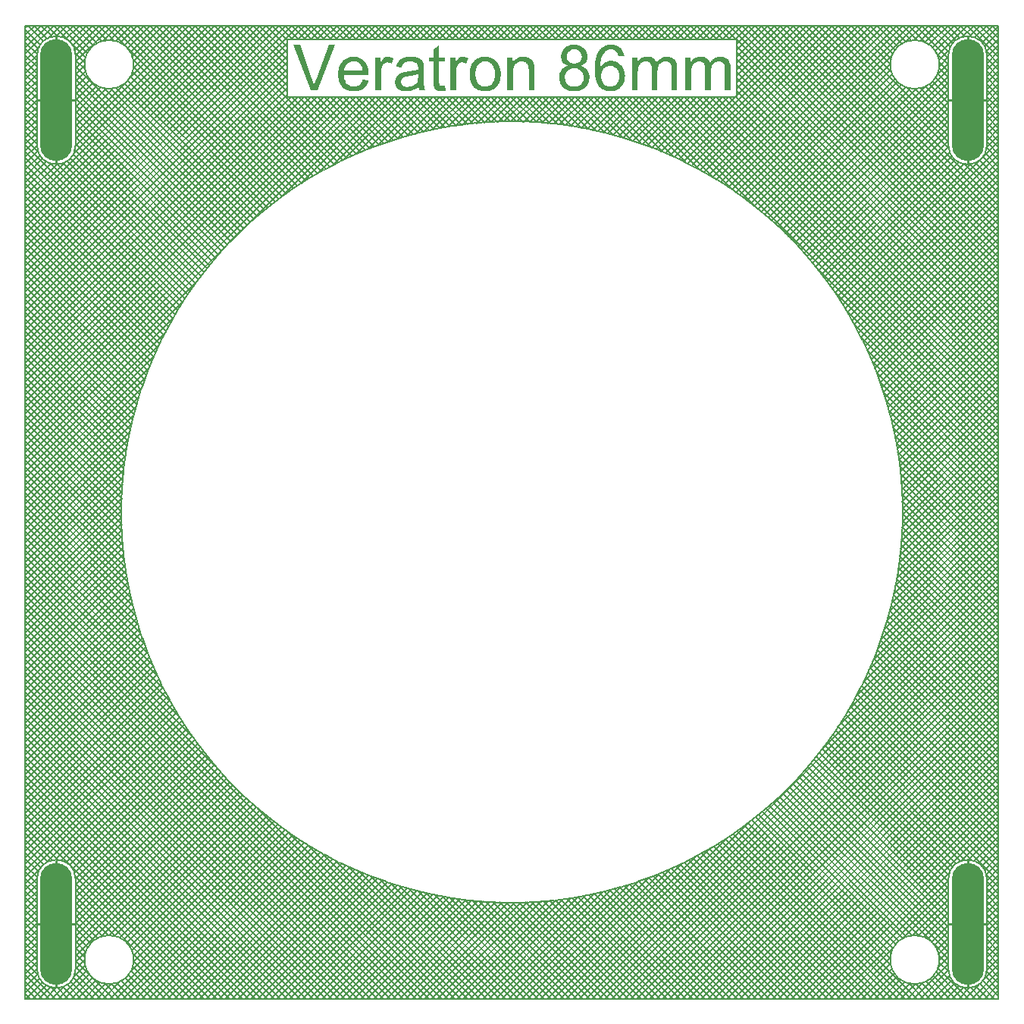
<source format=gtl>
G04*
G04 #@! TF.GenerationSoftware,Altium Limited,Altium Designer,25.8.1 (18)*
G04*
G04 Layer_Physical_Order=1*
G04 Layer_Color=255*
%FSLAX44Y44*%
%MOMM*%
G71*
G04*
G04 #@! TF.SameCoordinates,4FFDB260-A846-4069-A827-DA597DF3DEC8*
G04*
G04*
G04 #@! TF.FilePolarity,Positive*
G04*
G01*
G75*
%ADD12C,0.2032*%
%ADD13C,0.2540*%
%ADD14O,3.6000X13.6000*%
G36*
X111822Y522217D02*
X112322Y522161D01*
X112933Y522106D01*
X113599Y521995D01*
X114321Y521828D01*
X115933Y521439D01*
X116710Y521161D01*
X117599Y520828D01*
X118432Y520439D01*
X119210Y519939D01*
X119988Y519439D01*
X120765Y518828D01*
X120821Y518773D01*
X120932Y518662D01*
X121154Y518495D01*
X121376Y518217D01*
X121710Y517884D01*
X122043Y517440D01*
X122432Y516940D01*
X122821Y516384D01*
X123209Y515773D01*
X123598Y515051D01*
X123987Y514273D01*
X124376Y513440D01*
X124709Y512551D01*
X124987Y511607D01*
X125265Y510607D01*
X125431Y509496D01*
X119154Y508996D01*
Y509052D01*
X119099Y509163D01*
X119043Y509329D01*
X118988Y509607D01*
X118821Y510274D01*
X118543Y511051D01*
X118210Y511940D01*
X117766Y512829D01*
X117321Y513662D01*
X116766Y514384D01*
X116710Y514440D01*
X116655Y514495D01*
X116488Y514662D01*
X116321Y514829D01*
X115766Y515273D01*
X114988Y515773D01*
X114099Y516273D01*
X112988Y516662D01*
X111766Y516995D01*
X111100Y517051D01*
X110433Y517106D01*
X109933D01*
X109322Y516995D01*
X108600Y516884D01*
X107767Y516662D01*
X106878Y516384D01*
X105989Y515940D01*
X105100Y515384D01*
X105045D01*
X104989Y515273D01*
X104823Y515162D01*
X104600Y514995D01*
X104100Y514495D01*
X103434Y513773D01*
X102656Y512884D01*
X101878Y511773D01*
X101156Y510496D01*
X100434Y509052D01*
Y508996D01*
X100379Y508885D01*
X100267Y508607D01*
X100156Y508274D01*
X100045Y507885D01*
X99879Y507329D01*
X99712Y506718D01*
X99545Y506052D01*
X99379Y505274D01*
X99268Y504385D01*
X99101Y503386D01*
X98934Y502330D01*
X98823Y501219D01*
X98768Y499997D01*
X98712Y498664D01*
X98659Y497333D01*
X98657Y497331D01*
Y497275D01*
X98659Y497333D01*
X98768Y497442D01*
X98879Y497608D01*
X99045Y497831D01*
X99545Y498442D01*
X100156Y499219D01*
X100990Y500052D01*
X101934Y500886D01*
X102989Y501663D01*
X104156Y502386D01*
X104212D01*
X104323Y502441D01*
X104489Y502552D01*
X104711Y502663D01*
X105045Y502774D01*
X105378Y502941D01*
X106267Y503274D01*
X107322Y503552D01*
X108489Y503830D01*
X109766Y504052D01*
X111100Y504108D01*
X111377D01*
X111711Y504052D01*
X112155D01*
X112711Y503941D01*
X113322Y503885D01*
X114044Y503719D01*
X114822Y503552D01*
X115599Y503274D01*
X116488Y502997D01*
X117377Y502608D01*
X118265Y502163D01*
X119210Y501608D01*
X120099Y500997D01*
X120988Y500275D01*
X121821Y499441D01*
X121876Y499386D01*
X121987Y499219D01*
X122210Y498997D01*
X122543Y498608D01*
X122876Y498164D01*
X123209Y497608D01*
X123654Y496942D01*
X124043Y496219D01*
X124432Y495386D01*
X124876Y494497D01*
X125209Y493498D01*
X125598Y492442D01*
X125876Y491331D01*
X126098Y490109D01*
X126209Y488831D01*
X126265Y487498D01*
Y487443D01*
Y487276D01*
Y487054D01*
X126209Y486665D01*
Y486276D01*
X126154Y485776D01*
X126098Y485165D01*
X125987Y484554D01*
X125765Y483165D01*
X125376Y481665D01*
X124876Y480110D01*
X124154Y478499D01*
Y478444D01*
X124043Y478332D01*
X123932Y478110D01*
X123765Y477832D01*
X123543Y477499D01*
X123321Y477110D01*
X122654Y476166D01*
X121876Y475166D01*
X120876Y474111D01*
X119710Y473055D01*
X118432Y472166D01*
X118377D01*
X118265Y472055D01*
X118043Y471944D01*
X117766Y471833D01*
X117432Y471666D01*
X117044Y471500D01*
X116544Y471278D01*
X116044Y471111D01*
X114822Y470667D01*
X113377Y470333D01*
X111822Y470111D01*
X110155Y470000D01*
X109822D01*
X109378Y470056D01*
X108822Y470111D01*
X108155Y470167D01*
X107378Y470333D01*
X106545Y470500D01*
X105600Y470722D01*
X104600Y471055D01*
X103545Y471389D01*
X102489Y471889D01*
X101434Y472444D01*
X100323Y473111D01*
X99323Y473889D01*
X98268Y474777D01*
X97323Y475777D01*
X97268Y475833D01*
X97101Y476055D01*
X96879Y476388D01*
X96546Y476888D01*
X96157Y477499D01*
X95768Y478277D01*
X95323Y479221D01*
X94879Y480332D01*
X94379Y481554D01*
X93935Y482943D01*
X93546Y484498D01*
X93157Y486221D01*
X92824Y488109D01*
X92601Y490165D01*
X92435Y492387D01*
X92379Y494775D01*
Y494831D01*
Y494942D01*
Y495164D01*
Y495442D01*
Y495775D01*
X92435Y496219D01*
Y496664D01*
X92490Y497219D01*
X92546Y498442D01*
X92657Y499830D01*
X92824Y501386D01*
X93046Y503052D01*
X93379Y504830D01*
X93713Y506607D01*
X94157Y508385D01*
X94712Y510163D01*
X95323Y511885D01*
X96046Y513551D01*
X96934Y515051D01*
X97879Y516384D01*
X97934Y516440D01*
X98101Y516662D01*
X98379Y516940D01*
X98768Y517328D01*
X99212Y517773D01*
X99823Y518273D01*
X100490Y518773D01*
X101267Y519328D01*
X102156Y519884D01*
X103156Y520384D01*
X104212Y520884D01*
X105378Y521328D01*
X106600Y521717D01*
X107933Y521995D01*
X109322Y522217D01*
X110822Y522272D01*
X111433D01*
X111822Y522217D01*
D02*
G37*
G36*
X13221Y508774D02*
X13554D01*
X14387Y508663D01*
X15332Y508552D01*
X16387Y508329D01*
X17443Y507996D01*
X18498Y507607D01*
X18554D01*
X18609Y507552D01*
X18943Y507385D01*
X19442Y507107D01*
X20109Y506774D01*
X20776Y506274D01*
X21498Y505774D01*
X22164Y505163D01*
X22720Y504441D01*
X22775Y504330D01*
X22942Y504108D01*
X23164Y503663D01*
X23498Y503108D01*
X23831Y502441D01*
X24109Y501663D01*
X24442Y500775D01*
X24664Y499775D01*
Y499719D01*
X24720Y499441D01*
X24775Y498997D01*
X24886Y498386D01*
X24942Y497553D01*
Y497053D01*
X24997Y496497D01*
Y495886D01*
X25053Y495164D01*
Y494442D01*
Y493664D01*
Y470833D01*
X18776D01*
Y493442D01*
Y493498D01*
Y493609D01*
Y493831D01*
Y494053D01*
Y494386D01*
X18720Y494775D01*
X18665Y495608D01*
X18609Y496553D01*
X18443Y497497D01*
X18276Y498386D01*
X17998Y499164D01*
X17943Y499275D01*
X17831Y499497D01*
X17665Y499830D01*
X17387Y500275D01*
X17054Y500775D01*
X16609Y501275D01*
X16054Y501774D01*
X15387Y502219D01*
X15332Y502275D01*
X15054Y502386D01*
X14665Y502608D01*
X14165Y502830D01*
X13499Y502997D01*
X12776Y503219D01*
X11943Y503330D01*
X10999Y503386D01*
X10610D01*
X10332Y503330D01*
X9999D01*
X9555Y503274D01*
X8610Y503052D01*
X7555Y502774D01*
X6388Y502330D01*
X5222Y501663D01*
X4611Y501275D01*
X4055Y500830D01*
X4000Y500775D01*
X3944Y500719D01*
X3777Y500552D01*
X3611Y500330D01*
X3389Y499997D01*
X3166Y499664D01*
X2889Y499219D01*
X2611Y498664D01*
X2333Y498053D01*
X2055Y497331D01*
X1833Y496553D01*
X1611Y495664D01*
X1444Y494664D01*
X1278Y493609D01*
X1222Y492387D01*
X1167Y491109D01*
Y470833D01*
X-5111D01*
Y507996D01*
X556D01*
Y502663D01*
X611Y502719D01*
X722Y502941D01*
X1000Y503219D01*
X1333Y503608D01*
X1722Y504108D01*
X2222Y504608D01*
X2833Y505163D01*
X3555Y505774D01*
X4333Y506330D01*
X5222Y506885D01*
X6166Y507385D01*
X7222Y507885D01*
X8388Y508274D01*
X9610Y508552D01*
X10943Y508774D01*
X12332Y508829D01*
X12888D01*
X13221Y508774D01*
D02*
G37*
G36*
X-54605D02*
X-54328D01*
X-53994Y508718D01*
X-53161Y508552D01*
X-52161Y508329D01*
X-51106Y507940D01*
X-49884Y507441D01*
X-48662Y506774D01*
X-50884Y500941D01*
X-50995Y500997D01*
X-51272Y501163D01*
X-51717Y501386D01*
X-52328Y501663D01*
X-52994Y501886D01*
X-53772Y502108D01*
X-54605Y502275D01*
X-55494Y502330D01*
X-55827D01*
X-56216Y502275D01*
X-56716Y502163D01*
X-57327Y501997D01*
X-57938Y501774D01*
X-58549Y501497D01*
X-59216Y501052D01*
X-59272Y500997D01*
X-59494Y500830D01*
X-59772Y500552D01*
X-60105Y500164D01*
X-60494Y499664D01*
X-60883Y499108D01*
X-61216Y498386D01*
X-61549Y497608D01*
Y497553D01*
X-61605Y497442D01*
X-61660Y497275D01*
X-61716Y497053D01*
X-61771Y496720D01*
X-61883Y496331D01*
X-62049Y495442D01*
X-62216Y494331D01*
X-62382Y493109D01*
X-62494Y491720D01*
X-62549Y490276D01*
Y470833D01*
X-68826D01*
Y507996D01*
X-63160D01*
Y502386D01*
X-63049Y502497D01*
X-62938Y502719D01*
X-62771Y502941D01*
X-62382Y503663D01*
X-61827Y504441D01*
X-61216Y505330D01*
X-60549Y506218D01*
X-59883Y506941D01*
X-59494Y507274D01*
X-59160Y507552D01*
X-59049Y507607D01*
X-58827Y507774D01*
X-58438Y507940D01*
X-57994Y508218D01*
X-57383Y508441D01*
X-56716Y508607D01*
X-55939Y508774D01*
X-55161Y508829D01*
X-54828D01*
X-54605Y508774D01*
D02*
G37*
G36*
X-138152D02*
X-137875D01*
X-137541Y508718D01*
X-136708Y508552D01*
X-135708Y508329D01*
X-134653Y507940D01*
X-133431Y507441D01*
X-132208Y506774D01*
X-134431Y500941D01*
X-134542Y500997D01*
X-134819Y501163D01*
X-135264Y501386D01*
X-135875Y501663D01*
X-136541Y501886D01*
X-137319Y502108D01*
X-138152Y502275D01*
X-139041Y502330D01*
X-139374D01*
X-139763Y502275D01*
X-140263Y502163D01*
X-140874Y501997D01*
X-141485Y501774D01*
X-142096Y501497D01*
X-142763Y501052D01*
X-142818Y500997D01*
X-143041Y500830D01*
X-143319Y500552D01*
X-143652Y500164D01*
X-144041Y499664D01*
X-144430Y499108D01*
X-144763Y498386D01*
X-145096Y497608D01*
Y497553D01*
X-145152Y497442D01*
X-145207Y497275D01*
X-145263Y497053D01*
X-145318Y496720D01*
X-145429Y496331D01*
X-145596Y495442D01*
X-145763Y494331D01*
X-145929Y493109D01*
X-146040Y491720D01*
X-146096Y490276D01*
Y470833D01*
X-152373D01*
Y507996D01*
X-146707D01*
Y502386D01*
X-146596Y502497D01*
X-146485Y502719D01*
X-146318Y502941D01*
X-145929Y503663D01*
X-145374Y504441D01*
X-144763Y505330D01*
X-144096Y506218D01*
X-143430Y506941D01*
X-143041Y507274D01*
X-142707Y507552D01*
X-142596Y507607D01*
X-142374Y507774D01*
X-141985Y507940D01*
X-141541Y508218D01*
X-140930Y508441D01*
X-140263Y508607D01*
X-139486Y508774D01*
X-138708Y508829D01*
X-138375D01*
X-138152Y508774D01*
D02*
G37*
G36*
X233643D02*
X234142Y508718D01*
X234642Y508663D01*
X235253Y508552D01*
X235920Y508441D01*
X237253Y508052D01*
X238697Y507496D01*
X239364Y507163D01*
X240031Y506774D01*
X240697Y506274D01*
X241253Y505718D01*
X241308Y505663D01*
X241364Y505552D01*
X241531Y505385D01*
X241697Y505163D01*
X241975Y504830D01*
X242197Y504441D01*
X242475Y503941D01*
X242753Y503386D01*
X243030Y502774D01*
X243308Y502108D01*
X243586Y501330D01*
X243808Y500497D01*
X243975Y499552D01*
X244141Y498553D01*
X244197Y497497D01*
X244252Y496331D01*
Y470833D01*
X237975D01*
Y494220D01*
Y494275D01*
Y494386D01*
Y494609D01*
Y494831D01*
X237920Y495497D01*
Y496331D01*
X237809Y497219D01*
X237698Y498108D01*
X237586Y498941D01*
X237364Y499664D01*
Y499719D01*
X237253Y499941D01*
X237087Y500219D01*
X236864Y500608D01*
X236531Y501052D01*
X236198Y501497D01*
X235698Y501941D01*
X235142Y502330D01*
X235087Y502386D01*
X234865Y502497D01*
X234531Y502663D01*
X234087Y502886D01*
X233531Y503052D01*
X232865Y503219D01*
X232143Y503330D01*
X231365Y503386D01*
X230976D01*
X230698Y503330D01*
X230365D01*
X229976Y503274D01*
X229087Y503052D01*
X228032Y502774D01*
X226921Y502275D01*
X225865Y501663D01*
X225310Y501219D01*
X224810Y500775D01*
Y500719D01*
X224699Y500663D01*
X224588Y500497D01*
X224421Y500275D01*
X224199Y499997D01*
X223977Y499664D01*
X223755Y499219D01*
X223532Y498775D01*
X223255Y498219D01*
X223032Y497608D01*
X222810Y496886D01*
X222588Y496164D01*
X222421Y495331D01*
X222310Y494386D01*
X222255Y493442D01*
X222199Y492387D01*
Y470833D01*
X215922D01*
Y494942D01*
Y494997D01*
Y495108D01*
Y495331D01*
Y495664D01*
X215867Y495997D01*
Y496386D01*
X215755Y497331D01*
X215533Y498330D01*
X215256Y499386D01*
X214867Y500386D01*
X214367Y501275D01*
X214311Y501386D01*
X214089Y501608D01*
X213700Y501941D01*
X213200Y502330D01*
X212478Y502719D01*
X211645Y503052D01*
X210589Y503274D01*
X209367Y503386D01*
X208923D01*
X208423Y503330D01*
X207756Y503219D01*
X206979Y503052D01*
X206145Y502774D01*
X205312Y502441D01*
X204423Y501941D01*
X204312Y501886D01*
X204034Y501663D01*
X203646Y501386D01*
X203201Y500886D01*
X202646Y500330D01*
X202090Y499608D01*
X201590Y498775D01*
X201146Y497831D01*
Y497775D01*
X201090Y497719D01*
X201035Y497553D01*
X200979Y497331D01*
X200924Y497053D01*
X200813Y496720D01*
X200757Y496331D01*
X200646Y495886D01*
X200535Y495331D01*
X200479Y494775D01*
X200368Y494164D01*
X200313Y493442D01*
X200257Y492720D01*
X200201Y491887D01*
X200146Y491053D01*
Y490109D01*
Y470833D01*
X193869D01*
Y507996D01*
X199479D01*
Y502830D01*
X199590Y502886D01*
X199813Y503219D01*
X200201Y503719D01*
X200757Y504330D01*
X201424Y505052D01*
X202201Y505774D01*
X203090Y506496D01*
X204146Y507163D01*
X204201D01*
X204257Y507218D01*
X204423Y507329D01*
X204646Y507441D01*
X204923Y507552D01*
X205257Y507718D01*
X206034Y507996D01*
X207034Y508329D01*
X208145Y508552D01*
X209423Y508774D01*
X210756Y508829D01*
X211423D01*
X211811Y508774D01*
X212200Y508718D01*
X213145Y508607D01*
X214200Y508385D01*
X215311Y508107D01*
X216422Y507663D01*
X217477Y507107D01*
X217533D01*
X217589Y507052D01*
X217922Y506774D01*
X218366Y506385D01*
X218977Y505885D01*
X219588Y505163D01*
X220199Y504385D01*
X220755Y503441D01*
X221255Y502330D01*
X221310Y502386D01*
X221477Y502608D01*
X221699Y502941D01*
X222088Y503330D01*
X222477Y503830D01*
X223032Y504385D01*
X223643Y504996D01*
X224366Y505607D01*
X225143Y506163D01*
X226032Y506774D01*
X226977Y507329D01*
X227976Y507829D01*
X229087Y508218D01*
X230254Y508552D01*
X231476Y508774D01*
X232754Y508829D01*
X233309D01*
X233643Y508774D01*
D02*
G37*
G36*
X173982D02*
X174482Y508718D01*
X174982Y508663D01*
X175593Y508552D01*
X176259Y508441D01*
X177593Y508052D01*
X179037Y507496D01*
X179704Y507163D01*
X180370Y506774D01*
X181037Y506274D01*
X181592Y505718D01*
X181648Y505663D01*
X181703Y505552D01*
X181870Y505385D01*
X182037Y505163D01*
X182314Y504830D01*
X182537Y504441D01*
X182814Y503941D01*
X183092Y503386D01*
X183370Y502774D01*
X183648Y502108D01*
X183925Y501330D01*
X184148Y500497D01*
X184314Y499552D01*
X184481Y498553D01*
X184536Y497497D01*
X184592Y496331D01*
Y470833D01*
X178315D01*
Y494220D01*
Y494275D01*
Y494386D01*
Y494609D01*
Y494831D01*
X178259Y495497D01*
Y496331D01*
X178148Y497219D01*
X178037Y498108D01*
X177926Y498941D01*
X177704Y499664D01*
Y499719D01*
X177593Y499941D01*
X177426Y500219D01*
X177204Y500608D01*
X176871Y501052D01*
X176537Y501497D01*
X176037Y501941D01*
X175482Y502330D01*
X175426Y502386D01*
X175204Y502497D01*
X174871Y502663D01*
X174426Y502886D01*
X173871Y503052D01*
X173204Y503219D01*
X172482Y503330D01*
X171705Y503386D01*
X171316D01*
X171038Y503330D01*
X170705D01*
X170316Y503274D01*
X169427Y503052D01*
X168372Y502774D01*
X167260Y502275D01*
X166205Y501663D01*
X165650Y501219D01*
X165150Y500775D01*
Y500719D01*
X165039Y500663D01*
X164927Y500497D01*
X164761Y500275D01*
X164538Y499997D01*
X164316Y499664D01*
X164094Y499219D01*
X163872Y498775D01*
X163594Y498219D01*
X163372Y497608D01*
X163150Y496886D01*
X162928Y496164D01*
X162761Y495331D01*
X162650Y494386D01*
X162594Y493442D01*
X162539Y492387D01*
Y470833D01*
X156262D01*
Y494942D01*
Y494997D01*
Y495108D01*
Y495331D01*
Y495664D01*
X156206Y495997D01*
Y496386D01*
X156095Y497331D01*
X155873Y498330D01*
X155595Y499386D01*
X155206Y500386D01*
X154706Y501275D01*
X154651Y501386D01*
X154429Y501608D01*
X154040Y501941D01*
X153540Y502330D01*
X152817Y502719D01*
X151984Y503052D01*
X150929Y503274D01*
X149707Y503386D01*
X149262D01*
X148762Y503330D01*
X148096Y503219D01*
X147318Y503052D01*
X146485Y502774D01*
X145652Y502441D01*
X144763Y501941D01*
X144652Y501886D01*
X144374Y501663D01*
X143985Y501386D01*
X143541Y500886D01*
X142985Y500330D01*
X142430Y499608D01*
X141930Y498775D01*
X141485Y497831D01*
Y497775D01*
X141430Y497719D01*
X141374Y497553D01*
X141319Y497331D01*
X141263Y497053D01*
X141152Y496720D01*
X141096Y496331D01*
X140985Y495886D01*
X140874Y495331D01*
X140819Y494775D01*
X140708Y494164D01*
X140652Y493442D01*
X140597Y492720D01*
X140541Y491887D01*
X140485Y491053D01*
Y490109D01*
Y470833D01*
X134208D01*
Y507996D01*
X139819D01*
Y502830D01*
X139930Y502886D01*
X140152Y503219D01*
X140541Y503719D01*
X141096Y504330D01*
X141763Y505052D01*
X142541Y505774D01*
X143430Y506496D01*
X144485Y507163D01*
X144541D01*
X144596Y507218D01*
X144763Y507329D01*
X144985Y507441D01*
X145263Y507552D01*
X145596Y507718D01*
X146374Y507996D01*
X147374Y508329D01*
X148485Y508552D01*
X149762Y508774D01*
X151096Y508829D01*
X151762D01*
X152151Y508774D01*
X152540Y508718D01*
X153484Y508607D01*
X154540Y508385D01*
X155651Y508107D01*
X156762Y507663D01*
X157817Y507107D01*
X157873D01*
X157928Y507052D01*
X158261Y506774D01*
X158706Y506385D01*
X159317Y505885D01*
X159928Y505163D01*
X160539Y504385D01*
X161094Y503441D01*
X161594Y502330D01*
X161650Y502386D01*
X161817Y502608D01*
X162039Y502941D01*
X162428Y503330D01*
X162817Y503830D01*
X163372Y504385D01*
X163983Y504996D01*
X164705Y505607D01*
X165483Y506163D01*
X166372Y506774D01*
X167316Y507329D01*
X168316Y507829D01*
X169427Y508218D01*
X170593Y508552D01*
X171816Y508774D01*
X173093Y508829D01*
X173649D01*
X173982Y508774D01*
D02*
G37*
G36*
X-217477Y470833D02*
X-224477D01*
X-244363Y522106D01*
X-236975D01*
X-223643Y484832D01*
Y484776D01*
X-223588Y484610D01*
X-223477Y484387D01*
X-223366Y484054D01*
X-223255Y483665D01*
X-223088Y483221D01*
X-222921Y482721D01*
X-222699Y482110D01*
X-222310Y480832D01*
X-221866Y479444D01*
X-221422Y477944D01*
X-220977Y476444D01*
Y476499D01*
X-220921Y476610D01*
X-220866Y476888D01*
X-220755Y477166D01*
X-220644Y477555D01*
X-220533Y477999D01*
X-220366Y478499D01*
X-220199Y479055D01*
X-219811Y480332D01*
X-219311Y481777D01*
X-218755Y483276D01*
X-218200Y484832D01*
X-204368Y522106D01*
X-197479D01*
X-217477Y470833D01*
D02*
G37*
G36*
X-111600Y508774D02*
X-111100D01*
X-110044Y508663D01*
X-108822Y508552D01*
X-107544Y508329D01*
X-106267Y508052D01*
X-105100Y507663D01*
X-105045D01*
X-104989Y507607D01*
X-104822Y507552D01*
X-104600Y507441D01*
X-104100Y507218D01*
X-103434Y506885D01*
X-102712Y506496D01*
X-101989Y505996D01*
X-101323Y505441D01*
X-100712Y504830D01*
X-100656Y504774D01*
X-100490Y504552D01*
X-100212Y504163D01*
X-99934Y503663D01*
X-99601Y503052D01*
X-99268Y502330D01*
X-98934Y501497D01*
X-98712Y500552D01*
Y500497D01*
X-98656Y500219D01*
X-98601Y499830D01*
X-98545Y499219D01*
X-98490Y498442D01*
X-98434Y497442D01*
Y496831D01*
X-98379Y496219D01*
Y495553D01*
Y494775D01*
Y486387D01*
Y486276D01*
Y485998D01*
Y485554D01*
Y484999D01*
Y484276D01*
Y483499D01*
X-98323Y482610D01*
Y481721D01*
X-98268Y479832D01*
Y478888D01*
X-98212Y477999D01*
X-98156Y477166D01*
X-98101Y476444D01*
X-98045Y475777D01*
X-97990Y475277D01*
Y475166D01*
X-97934Y474888D01*
X-97823Y474444D01*
X-97656Y473833D01*
X-97434Y473166D01*
X-97157Y472444D01*
X-96823Y471611D01*
X-96434Y470833D01*
X-102989D01*
X-103045Y470944D01*
X-103156Y471167D01*
X-103323Y471611D01*
X-103489Y472166D01*
X-103712Y472833D01*
X-103934Y473611D01*
X-104100Y474500D01*
X-104211Y475499D01*
X-104267Y475444D01*
X-104378Y475388D01*
X-104545Y475222D01*
X-104822Y475000D01*
X-105156Y474777D01*
X-105489Y474444D01*
X-106378Y473833D01*
X-107433Y473111D01*
X-108544Y472389D01*
X-109766Y471778D01*
X-110989Y471222D01*
X-111044D01*
X-111155Y471167D01*
X-111322Y471111D01*
X-111544Y471055D01*
X-111822Y470944D01*
X-112211Y470833D01*
X-113044Y470611D01*
X-114099Y470389D01*
X-115266Y470167D01*
X-116544Y470056D01*
X-117932Y470000D01*
X-118543D01*
X-118932Y470056D01*
X-119432Y470111D01*
X-120043Y470167D01*
X-120710Y470222D01*
X-121376Y470389D01*
X-122932Y470722D01*
X-124487Y471222D01*
X-125209Y471555D01*
X-125987Y472000D01*
X-126653Y472444D01*
X-127320Y472944D01*
X-127376Y473000D01*
X-127487Y473111D01*
X-127598Y473278D01*
X-127820Y473500D01*
X-128098Y473777D01*
X-128376Y474166D01*
X-128653Y474555D01*
X-128931Y475055D01*
X-129542Y476110D01*
X-130098Y477444D01*
X-130320Y478166D01*
X-130431Y478943D01*
X-130542Y479777D01*
X-130598Y480610D01*
Y480666D01*
Y480721D01*
Y481054D01*
X-130542Y481610D01*
X-130431Y482276D01*
X-130320Y483054D01*
X-130098Y483887D01*
X-129764Y484721D01*
X-129375Y485610D01*
X-129320Y485721D01*
X-129153Y485998D01*
X-128876Y486387D01*
X-128487Y486943D01*
X-128042Y487498D01*
X-127487Y488109D01*
X-126876Y488665D01*
X-126154Y489220D01*
X-126042Y489276D01*
X-125765Y489442D01*
X-125376Y489720D01*
X-124820Y489998D01*
X-124154Y490331D01*
X-123376Y490665D01*
X-122487Y490998D01*
X-121599Y491276D01*
X-121487D01*
X-121265Y491387D01*
X-120821Y491442D01*
X-120210Y491609D01*
X-119432Y491720D01*
X-118432Y491887D01*
X-117321Y492053D01*
X-115988Y492220D01*
X-115877D01*
X-115655Y492276D01*
X-115266Y492331D01*
X-114766Y492387D01*
X-114099Y492498D01*
X-113377Y492609D01*
X-112599Y492720D01*
X-111711Y492831D01*
X-109878Y493164D01*
X-108044Y493553D01*
X-107156Y493775D01*
X-106267Y493997D01*
X-105489Y494220D01*
X-104767Y494442D01*
Y494497D01*
Y494664D01*
Y494886D01*
X-104711Y495108D01*
Y495664D01*
Y495886D01*
Y496053D01*
Y496108D01*
Y496219D01*
Y496442D01*
Y496664D01*
X-104822Y497331D01*
X-104934Y498164D01*
X-105156Y499053D01*
X-105489Y499941D01*
X-105933Y500775D01*
X-106545Y501441D01*
X-106656Y501552D01*
X-106767Y501663D01*
X-106989Y501774D01*
X-107267Y501941D01*
X-107544Y502108D01*
X-108322Y502552D01*
X-109322Y502941D01*
X-110544Y503274D01*
X-111988Y503497D01*
X-113655Y503608D01*
X-114377D01*
X-114766Y503552D01*
X-115155D01*
X-116155Y503441D01*
X-117210Y503219D01*
X-118265Y502941D01*
X-119321Y502552D01*
X-120210Y502052D01*
X-120321Y501997D01*
X-120543Y501774D01*
X-120932Y501330D01*
X-121376Y500775D01*
X-121876Y500052D01*
X-122432Y499053D01*
X-122876Y497942D01*
X-123098Y497275D01*
X-123321Y496553D01*
X-129487Y497386D01*
Y497442D01*
X-129431Y497553D01*
X-129375Y497775D01*
X-129320Y498053D01*
X-129209Y498386D01*
X-129098Y498775D01*
X-128820Y499664D01*
X-128431Y500663D01*
X-127987Y501719D01*
X-127431Y502774D01*
X-126765Y503719D01*
Y503774D01*
X-126653Y503830D01*
X-126376Y504108D01*
X-125931Y504552D01*
X-125320Y505107D01*
X-124543Y505718D01*
X-123598Y506330D01*
X-122487Y506941D01*
X-121210Y507496D01*
X-121154D01*
X-121043Y507552D01*
X-120821Y507607D01*
X-120543Y507718D01*
X-120210Y507829D01*
X-119821Y507940D01*
X-119321Y508052D01*
X-118765Y508163D01*
X-118210Y508274D01*
X-117543Y508385D01*
X-116099Y508607D01*
X-114488Y508774D01*
X-112766Y508829D01*
X-111988D01*
X-111600Y508774D01*
D02*
G37*
G36*
X-81325Y507996D02*
X-74937D01*
Y503108D01*
X-81325D01*
Y481332D01*
Y481277D01*
Y481221D01*
Y480888D01*
Y480443D01*
X-81269Y479888D01*
Y479332D01*
X-81158Y478777D01*
X-81103Y478277D01*
X-80992Y477888D01*
Y477832D01*
X-80936Y477777D01*
X-80714Y477444D01*
X-80380Y477055D01*
X-79936Y476666D01*
X-79881D01*
X-79770Y476610D01*
X-79603Y476555D01*
X-79381Y476444D01*
X-79047Y476388D01*
X-78714Y476277D01*
X-78270Y476222D01*
X-77325D01*
X-76992Y476277D01*
X-76603D01*
X-76103Y476333D01*
X-75548Y476388D01*
X-74937Y476444D01*
X-74103Y470889D01*
X-74215D01*
X-74548Y470778D01*
X-75048Y470722D01*
X-75714Y470611D01*
X-76437Y470500D01*
X-77214Y470444D01*
X-78881Y470333D01*
X-79436D01*
X-80047Y470389D01*
X-80825Y470444D01*
X-81714Y470611D01*
X-82603Y470778D01*
X-83436Y471055D01*
X-84213Y471389D01*
X-84269Y471444D01*
X-84491Y471611D01*
X-84824Y471833D01*
X-85269Y472166D01*
X-85713Y472555D01*
X-86158Y473055D01*
X-86547Y473611D01*
X-86880Y474222D01*
X-86935Y474333D01*
X-86991Y474611D01*
X-87046Y474833D01*
X-87102Y475111D01*
X-87158Y475444D01*
X-87213Y475833D01*
X-87324Y476277D01*
X-87380Y476833D01*
X-87435Y477444D01*
X-87491Y478110D01*
X-87547Y478888D01*
Y479721D01*
X-87602Y480666D01*
Y481665D01*
Y503108D01*
X-92268D01*
Y507996D01*
X-87602D01*
Y517162D01*
X-81325Y520939D01*
Y507996D01*
D02*
G37*
G36*
X70604Y522217D02*
X71159Y522161D01*
X71826Y522050D01*
X72548Y521939D01*
X73381Y521772D01*
X74215Y521550D01*
X75103Y521328D01*
X75992Y520995D01*
X76881Y520606D01*
X77825Y520162D01*
X78658Y519606D01*
X79547Y519050D01*
X80325Y518328D01*
X80381Y518273D01*
X80492Y518162D01*
X80714Y517939D01*
X80992Y517662D01*
X81269Y517273D01*
X81603Y516828D01*
X81992Y516273D01*
X82380Y515718D01*
X82769Y515051D01*
X83158Y514329D01*
X83491Y513551D01*
X83769Y512718D01*
X84047Y511829D01*
X84269Y510885D01*
X84380Y509885D01*
X84436Y508885D01*
Y508829D01*
Y508718D01*
Y508552D01*
Y508274D01*
X84380Y507996D01*
X84325Y507607D01*
X84213Y506774D01*
X83991Y505830D01*
X83658Y504774D01*
X83158Y503719D01*
X82547Y502663D01*
Y502608D01*
X82436Y502552D01*
X82214Y502219D01*
X81769Y501774D01*
X81158Y501163D01*
X80325Y500552D01*
X79381Y499830D01*
X78214Y499219D01*
X76881Y498608D01*
X76936D01*
X77103Y498553D01*
X77325Y498442D01*
X77659Y498330D01*
X78047Y498164D01*
X78492Y497942D01*
X79547Y497386D01*
X80714Y496720D01*
X81880Y495831D01*
X83047Y494831D01*
X84047Y493609D01*
X84102Y493553D01*
X84158Y493442D01*
X84269Y493275D01*
X84436Y492998D01*
X84602Y492664D01*
X84825Y492276D01*
X85047Y491831D01*
X85324Y491331D01*
X85769Y490165D01*
X86158Y488776D01*
X86435Y487220D01*
X86547Y486387D01*
Y485498D01*
Y485443D01*
Y485221D01*
X86491Y484887D01*
Y484387D01*
X86380Y483832D01*
X86324Y483165D01*
X86158Y482443D01*
X85991Y481665D01*
X85713Y480777D01*
X85436Y479888D01*
X85047Y478999D01*
X84602Y478055D01*
X84047Y477110D01*
X83436Y476222D01*
X82714Y475277D01*
X81880Y474444D01*
X81825Y474389D01*
X81658Y474277D01*
X81381Y474055D01*
X81047Y473777D01*
X80547Y473389D01*
X79992Y473055D01*
X79325Y472611D01*
X78603Y472222D01*
X77770Y471833D01*
X76825Y471389D01*
X75826Y471055D01*
X74770Y470722D01*
X73604Y470389D01*
X72381Y470167D01*
X71048Y470056D01*
X69660Y470000D01*
X69326D01*
X68937Y470056D01*
X68382D01*
X67771Y470111D01*
X66993Y470222D01*
X66160Y470389D01*
X65271Y470555D01*
X64327Y470778D01*
X63327Y471111D01*
X62327Y471444D01*
X61272Y471889D01*
X60272Y472389D01*
X59272Y473000D01*
X58272Y473666D01*
X57383Y474444D01*
X57327Y474500D01*
X57161Y474666D01*
X56939Y474888D01*
X56661Y475277D01*
X56328Y475722D01*
X55939Y476222D01*
X55494Y476833D01*
X55105Y477555D01*
X54661Y478332D01*
X54217Y479166D01*
X53828Y480110D01*
X53495Y481054D01*
X53217Y482110D01*
X52994Y483276D01*
X52828Y484443D01*
X52772Y485665D01*
Y485721D01*
Y485887D01*
Y486165D01*
X52828Y486498D01*
Y486943D01*
X52883Y487443D01*
X52994Y487998D01*
X53106Y488609D01*
X53383Y489887D01*
X53828Y491276D01*
X54439Y492664D01*
X54828Y493331D01*
X55272Y493997D01*
X55328Y494053D01*
X55383Y494164D01*
X55550Y494331D01*
X55772Y494553D01*
X55994Y494831D01*
X56328Y495108D01*
X56716Y495497D01*
X57161Y495831D01*
X58161Y496608D01*
X59383Y497386D01*
X60827Y498053D01*
X62494Y498608D01*
X62438D01*
X62327Y498664D01*
X62105Y498775D01*
X61883Y498886D01*
X61549Y498997D01*
X61160Y499219D01*
X60327Y499664D01*
X59383Y500219D01*
X58438Y500941D01*
X57494Y501719D01*
X56716Y502663D01*
Y502719D01*
X56661Y502774D01*
X56550Y502941D01*
X56439Y503163D01*
X56105Y503719D01*
X55772Y504441D01*
X55439Y505385D01*
X55105Y506496D01*
X54883Y507718D01*
X54828Y509052D01*
Y509107D01*
Y509274D01*
X54883Y509607D01*
Y509996D01*
X54939Y510440D01*
X55050Y510996D01*
X55161Y511607D01*
X55328Y512329D01*
X55550Y513051D01*
X55828Y513773D01*
X56105Y514551D01*
X56494Y515384D01*
X56994Y516162D01*
X57494Y516940D01*
X58105Y517717D01*
X58827Y518439D01*
X58883Y518495D01*
X58994Y518606D01*
X59216Y518773D01*
X59549Y519050D01*
X59938Y519328D01*
X60438Y519661D01*
X60994Y519995D01*
X61660Y520384D01*
X62382Y520717D01*
X63216Y521050D01*
X64049Y521384D01*
X64993Y521661D01*
X66049Y521939D01*
X67104Y522106D01*
X68271Y522217D01*
X69493Y522272D01*
X70159D01*
X70604Y522217D01*
D02*
G37*
G36*
X-29164Y508774D02*
X-28608D01*
X-27942Y508663D01*
X-27219Y508552D01*
X-26386Y508385D01*
X-25442Y508218D01*
X-24497Y507940D01*
X-23442Y507607D01*
X-22442Y507163D01*
X-21387Y506718D01*
X-20331Y506107D01*
X-19331Y505441D01*
X-18331Y504663D01*
X-17387Y503774D01*
X-17332Y503719D01*
X-17165Y503552D01*
X-16943Y503274D01*
X-16609Y502830D01*
X-16276Y502330D01*
X-15832Y501719D01*
X-15387Y500997D01*
X-14943Y500164D01*
X-14498Y499219D01*
X-14054Y498164D01*
X-13610Y497053D01*
X-13276Y495831D01*
X-12943Y494497D01*
X-12721Y493053D01*
X-12554Y491498D01*
X-12499Y489887D01*
Y489831D01*
Y489554D01*
Y489220D01*
X-12554Y488720D01*
Y488109D01*
X-12610Y487387D01*
X-12665Y486609D01*
X-12776Y485776D01*
X-12999Y483999D01*
X-13388Y482110D01*
X-13943Y480277D01*
X-14276Y479444D01*
X-14665Y478610D01*
Y478555D01*
X-14776Y478444D01*
X-14887Y478221D01*
X-15054Y477944D01*
X-15276Y477610D01*
X-15554Y477166D01*
X-16276Y476277D01*
X-17165Y475222D01*
X-18220Y474166D01*
X-19498Y473166D01*
X-20942Y472222D01*
X-20998D01*
X-21109Y472111D01*
X-21331Y472000D01*
X-21664Y471889D01*
X-22053Y471722D01*
X-22498Y471500D01*
X-22998Y471333D01*
X-23609Y471111D01*
X-24220Y470889D01*
X-24942Y470722D01*
X-26442Y470333D01*
X-28108Y470111D01*
X-29886Y470000D01*
X-30219D01*
X-30608Y470056D01*
X-31163D01*
X-31830Y470167D01*
X-32608Y470278D01*
X-33441Y470444D01*
X-34385Y470611D01*
X-35385Y470889D01*
X-36385Y471222D01*
X-37441Y471611D01*
X-38496Y472111D01*
X-39551Y472666D01*
X-40551Y473333D01*
X-41551Y474111D01*
X-42496Y475000D01*
X-42551Y475055D01*
X-42718Y475222D01*
X-42940Y475499D01*
X-43218Y475944D01*
X-43607Y476444D01*
X-43995Y477055D01*
X-44440Y477832D01*
X-44884Y478666D01*
X-45329Y479666D01*
X-45773Y480721D01*
X-46162Y481888D01*
X-46551Y483165D01*
X-46828Y484554D01*
X-47051Y486054D01*
X-47217Y487665D01*
X-47273Y489387D01*
Y489442D01*
Y489498D01*
Y489831D01*
X-47217Y490387D01*
X-47162Y491053D01*
X-47106Y491942D01*
X-46995Y492942D01*
X-46773Y493997D01*
X-46551Y495164D01*
X-46273Y496386D01*
X-45884Y497664D01*
X-45384Y498941D01*
X-44884Y500219D01*
X-44218Y501441D01*
X-43440Y502608D01*
X-42551Y503663D01*
X-41551Y504663D01*
X-41496Y504719D01*
X-41329Y504830D01*
X-41051Y505052D01*
X-40718Y505330D01*
X-40218Y505607D01*
X-39662Y505996D01*
X-39051Y506385D01*
X-38274Y506774D01*
X-37496Y507163D01*
X-36607Y507496D01*
X-35663Y507885D01*
X-34608Y508163D01*
X-33496Y508441D01*
X-32385Y508663D01*
X-31163Y508774D01*
X-29886Y508829D01*
X-29553D01*
X-29164Y508774D01*
D02*
G37*
G36*
X-176204D02*
X-175704D01*
X-175037Y508663D01*
X-174315Y508552D01*
X-173482Y508385D01*
X-172593Y508218D01*
X-171649Y507940D01*
X-170704Y507607D01*
X-169649Y507163D01*
X-168649Y506663D01*
X-167649Y506107D01*
X-166649Y505385D01*
X-165650Y504608D01*
X-164761Y503719D01*
X-164705Y503663D01*
X-164538Y503497D01*
X-164316Y503219D01*
X-164039Y502774D01*
X-163650Y502275D01*
X-163261Y501663D01*
X-162816Y500886D01*
X-162372Y500052D01*
X-161983Y499108D01*
X-161539Y498053D01*
X-161150Y496886D01*
X-160761Y495608D01*
X-160483Y494220D01*
X-160261Y492720D01*
X-160095Y491165D01*
X-160039Y489498D01*
Y489387D01*
Y489109D01*
Y488554D01*
X-160095Y487831D01*
X-187814D01*
Y487776D01*
Y487554D01*
X-187758Y487220D01*
X-187703Y486832D01*
X-187647Y486276D01*
X-187536Y485721D01*
X-187425Y485054D01*
X-187258Y484332D01*
X-186814Y482832D01*
X-186203Y481221D01*
X-185814Y480499D01*
X-185425Y479721D01*
X-184925Y479055D01*
X-184370Y478388D01*
X-184314Y478332D01*
X-184203Y478277D01*
X-184037Y478110D01*
X-183814Y477888D01*
X-183481Y477666D01*
X-183148Y477388D01*
X-182703Y477055D01*
X-182203Y476777D01*
X-181092Y476166D01*
X-179759Y475666D01*
X-179037Y475444D01*
X-178259Y475333D01*
X-177426Y475222D01*
X-176593Y475166D01*
X-176259D01*
X-176037Y475222D01*
X-175371Y475277D01*
X-174537Y475388D01*
X-173649Y475611D01*
X-172649Y475944D01*
X-171649Y476333D01*
X-170704Y476944D01*
X-170649D01*
X-170593Y477055D01*
X-170316Y477277D01*
X-169871Y477721D01*
X-169316Y478388D01*
X-168705Y479166D01*
X-168038Y480221D01*
X-167372Y481443D01*
X-166816Y482832D01*
X-160261Y481999D01*
Y481943D01*
X-160317Y481721D01*
X-160428Y481443D01*
X-160594Y481054D01*
X-160761Y480555D01*
X-160983Y479999D01*
X-161261Y479388D01*
X-161539Y478721D01*
X-162316Y477333D01*
X-163316Y475833D01*
X-163927Y475111D01*
X-164538Y474389D01*
X-165205Y473722D01*
X-165983Y473111D01*
X-166038Y473055D01*
X-166149Y473000D01*
X-166427Y472833D01*
X-166705Y472611D01*
X-167149Y472389D01*
X-167649Y472111D01*
X-168205Y471833D01*
X-168871Y471555D01*
X-169594Y471278D01*
X-170427Y471000D01*
X-171260Y470722D01*
X-172204Y470500D01*
X-173204Y470278D01*
X-174260Y470111D01*
X-175426Y470056D01*
X-176593Y470000D01*
X-176926D01*
X-177370Y470056D01*
X-177926D01*
X-178648Y470167D01*
X-179426Y470278D01*
X-180315Y470444D01*
X-181259Y470611D01*
X-182259Y470889D01*
X-183314Y471222D01*
X-184425Y471611D01*
X-185481Y472111D01*
X-186592Y472666D01*
X-187592Y473333D01*
X-188591Y474111D01*
X-189536Y475000D01*
X-189591Y475055D01*
X-189758Y475222D01*
X-189980Y475499D01*
X-190258Y475944D01*
X-190647Y476444D01*
X-191036Y477055D01*
X-191480Y477777D01*
X-191869Y478610D01*
X-192313Y479555D01*
X-192758Y480610D01*
X-193147Y481777D01*
X-193535Y483054D01*
X-193813Y484387D01*
X-194035Y485832D01*
X-194202Y487387D01*
X-194258Y489054D01*
Y489165D01*
Y489442D01*
X-194202Y489942D01*
Y490609D01*
X-194091Y491387D01*
X-193980Y492276D01*
X-193869Y493331D01*
X-193647Y494386D01*
X-193424Y495553D01*
X-193091Y496720D01*
X-192702Y497942D01*
X-192258Y499164D01*
X-191702Y500330D01*
X-191036Y501497D01*
X-190314Y502608D01*
X-189480Y503608D01*
X-189425Y503663D01*
X-189258Y503830D01*
X-188980Y504108D01*
X-188591Y504441D01*
X-188147Y504830D01*
X-187536Y505274D01*
X-186870Y505718D01*
X-186092Y506218D01*
X-185259Y506718D01*
X-184314Y507163D01*
X-183259Y507607D01*
X-182148Y507996D01*
X-180926Y508329D01*
X-179704Y508607D01*
X-178315Y508774D01*
X-176926Y508829D01*
X-176593D01*
X-176204Y508774D01*
D02*
G37*
%LPC*%
G36*
X109822Y498553D02*
X109433D01*
X109100Y498497D01*
X108766Y498442D01*
X108322Y498386D01*
X107322Y498164D01*
X106156Y497775D01*
X104934Y497219D01*
X104323Y496886D01*
X103712Y496497D01*
X103101Y495997D01*
X102545Y495442D01*
X102489Y495386D01*
X102434Y495275D01*
X102267Y495108D01*
X102101Y494886D01*
X101878Y494609D01*
X101601Y494220D01*
X101323Y493775D01*
X101101Y493275D01*
X100823Y492775D01*
X100545Y492164D01*
X100045Y490776D01*
X99712Y489220D01*
X99656Y488331D01*
X99601Y487443D01*
Y487387D01*
Y487276D01*
Y487109D01*
Y486887D01*
X99656Y486609D01*
Y486276D01*
X99768Y485443D01*
X99934Y484498D01*
X100156Y483443D01*
X100490Y482332D01*
X100934Y481221D01*
Y481166D01*
X100990Y481110D01*
X101101Y480943D01*
X101212Y480721D01*
X101489Y480221D01*
X101934Y479555D01*
X102489Y478832D01*
X103156Y478110D01*
X103878Y477388D01*
X104767Y476722D01*
X104823D01*
X104878Y476666D01*
X105211Y476499D01*
X105711Y476222D01*
X106378Y475944D01*
X107156Y475666D01*
X108044Y475388D01*
X109044Y475222D01*
X110044Y475166D01*
X110433D01*
X110711Y475222D01*
X111100Y475277D01*
X111489Y475333D01*
X112433Y475555D01*
X113488Y475944D01*
X114099Y476222D01*
X114655Y476499D01*
X115266Y476888D01*
X115821Y477277D01*
X116377Y477777D01*
X116932Y478332D01*
X116988Y478388D01*
X117044Y478499D01*
X117210Y478666D01*
X117377Y478943D01*
X117599Y479277D01*
X117821Y479666D01*
X118099Y480110D01*
X118377Y480666D01*
X118654Y481221D01*
X118932Y481888D01*
X119154Y482610D01*
X119376Y483387D01*
X119543Y484221D01*
X119710Y485165D01*
X119765Y486110D01*
X119821Y487109D01*
Y487165D01*
Y487332D01*
Y487609D01*
X119765Y487998D01*
X119710Y488443D01*
X119654Y488942D01*
X119599Y489498D01*
X119488Y490109D01*
X119154Y491442D01*
X118654Y492831D01*
X118321Y493553D01*
X117932Y494220D01*
X117488Y494831D01*
X116988Y495442D01*
X116932Y495497D01*
X116877Y495553D01*
X116710Y495720D01*
X116488Y495942D01*
X116210Y496164D01*
X115877Y496442D01*
X115044Y496997D01*
X113988Y497553D01*
X112766Y498053D01*
X111377Y498442D01*
X110600Y498497D01*
X109822Y498553D01*
D02*
G37*
G36*
X-104711Y489498D02*
X-104767D01*
X-104878Y489442D01*
X-105100Y489387D01*
X-105378Y489276D01*
X-105711Y489109D01*
X-106156Y488998D01*
X-106711Y488831D01*
X-107267Y488665D01*
X-107989Y488498D01*
X-108766Y488276D01*
X-109600Y488109D01*
X-110544Y487887D01*
X-111544Y487665D01*
X-112599Y487498D01*
X-113766Y487276D01*
X-115044Y487109D01*
X-115210D01*
X-115433Y487054D01*
X-115655Y486998D01*
X-116377Y486887D01*
X-117210Y486721D01*
X-118099Y486554D01*
X-118988Y486332D01*
X-119821Y486110D01*
X-120543Y485832D01*
X-120599Y485776D01*
X-120821Y485721D01*
X-121098Y485554D01*
X-121432Y485332D01*
X-121876Y484999D01*
X-122265Y484665D01*
X-122654Y484276D01*
X-123043Y483776D01*
X-123098Y483721D01*
X-123154Y483554D01*
X-123321Y483276D01*
X-123432Y482888D01*
X-123598Y482443D01*
X-123765Y481943D01*
X-123820Y481388D01*
X-123876Y480777D01*
Y480666D01*
X-123820Y480388D01*
X-123765Y479888D01*
X-123654Y479332D01*
X-123432Y478666D01*
X-123098Y477944D01*
X-122598Y477277D01*
X-121987Y476610D01*
X-121876Y476555D01*
X-121654Y476333D01*
X-121210Y476110D01*
X-120599Y475777D01*
X-119821Y475499D01*
X-118821Y475222D01*
X-117710Y475000D01*
X-116432Y474944D01*
X-115821D01*
X-115488Y475000D01*
X-115099Y475055D01*
X-114266Y475166D01*
X-113210Y475333D01*
X-112155Y475611D01*
X-111044Y475999D01*
X-109933Y476499D01*
X-109878D01*
X-109822Y476555D01*
X-109489Y476777D01*
X-108989Y477166D01*
X-108322Y477666D01*
X-107655Y478277D01*
X-106989Y479055D01*
X-106322Y479888D01*
X-105767Y480888D01*
X-105711Y480999D01*
X-105600Y481277D01*
X-105434Y481777D01*
X-105267Y482443D01*
X-105100Y483332D01*
X-104934Y484443D01*
X-104822Y485721D01*
X-104767Y487165D01*
X-104711Y489498D01*
D02*
G37*
G36*
X70271Y517106D02*
X69271D01*
X68993Y517051D01*
X68715D01*
X68326Y516995D01*
X67493Y516828D01*
X66549Y516551D01*
X65549Y516106D01*
X64549Y515551D01*
X63604Y514773D01*
X63493Y514662D01*
X63216Y514384D01*
X62882Y513884D01*
X62438Y513218D01*
X61994Y512440D01*
X61660Y511496D01*
X61383Y510440D01*
X61272Y509274D01*
Y509218D01*
Y509107D01*
Y508940D01*
X61327Y508663D01*
Y508329D01*
X61383Y507996D01*
X61549Y507163D01*
X61827Y506218D01*
X62216Y505219D01*
X62771Y504219D01*
X63549Y503330D01*
X63660Y503219D01*
X63993Y502997D01*
X64493Y502608D01*
X65216Y502219D01*
X66049Y501774D01*
X67104Y501386D01*
X68326Y501163D01*
X69660Y501052D01*
X69993D01*
X70271Y501108D01*
X70604D01*
X70937Y501163D01*
X71770Y501330D01*
X72715Y501608D01*
X73715Y501997D01*
X74714Y502552D01*
X75659Y503330D01*
X75770Y503441D01*
X76048Y503719D01*
X76381Y504219D01*
X76825Y504885D01*
X77270Y505663D01*
X77603Y506663D01*
X77881Y507718D01*
X77992Y508885D01*
Y508940D01*
Y509052D01*
Y509218D01*
X77936Y509496D01*
X77881Y510107D01*
X77714Y510940D01*
X77436Y511829D01*
X76992Y512829D01*
X76381Y513773D01*
X76048Y514273D01*
X75603Y514718D01*
Y514773D01*
X75492Y514829D01*
X75159Y515107D01*
X74659Y515495D01*
X73937Y515940D01*
X73104Y516329D01*
X72048Y516717D01*
X70882Y516995D01*
X70271Y517106D01*
D02*
G37*
G36*
X69493Y495886D02*
X69048D01*
X68771Y495831D01*
X68382Y495775D01*
X67937Y495720D01*
X66882Y495497D01*
X65715Y495164D01*
X64493Y494664D01*
X63882Y494331D01*
X63271Y493942D01*
X62660Y493442D01*
X62105Y492942D01*
X62049Y492887D01*
X61994Y492831D01*
X61827Y492664D01*
X61660Y492442D01*
X61438Y492109D01*
X61216Y491776D01*
X60938Y491387D01*
X60660Y490942D01*
X60105Y489887D01*
X59661Y488609D01*
X59327Y487165D01*
X59272Y486443D01*
X59216Y485610D01*
Y485554D01*
Y485498D01*
Y485165D01*
X59272Y484610D01*
X59383Y483943D01*
X59494Y483165D01*
X59716Y482276D01*
X60049Y481332D01*
X60438Y480388D01*
X60494Y480277D01*
X60660Y479999D01*
X60994Y479499D01*
X61383Y478943D01*
X61938Y478332D01*
X62549Y477721D01*
X63327Y477055D01*
X64216Y476499D01*
X64271D01*
X64327Y476444D01*
X64660Y476277D01*
X65160Y476055D01*
X65882Y475833D01*
X66660Y475611D01*
X67604Y475388D01*
X68604Y475222D01*
X69660Y475166D01*
X70104D01*
X70437Y475222D01*
X70826Y475277D01*
X71270Y475333D01*
X72326Y475555D01*
X73492Y475888D01*
X74770Y476388D01*
X75381Y476722D01*
X75992Y477110D01*
X76603Y477555D01*
X77159Y478055D01*
X77214Y478110D01*
X77270Y478166D01*
X77436Y478332D01*
X77603Y478555D01*
X77825Y478888D01*
X78103Y479221D01*
X78381Y479610D01*
X78658Y480055D01*
X79159Y481110D01*
X79658Y482388D01*
X79992Y483776D01*
X80047Y484554D01*
X80103Y485387D01*
Y485443D01*
Y485610D01*
Y485832D01*
X80047Y486165D01*
X79992Y486554D01*
X79936Y486998D01*
X79714Y488054D01*
X79381Y489220D01*
X78825Y490498D01*
X78492Y491109D01*
X78047Y491720D01*
X77603Y492331D01*
X77048Y492887D01*
X76992Y492942D01*
X76936Y492998D01*
X76770Y493164D01*
X76492Y493331D01*
X76214Y493609D01*
X75881Y493831D01*
X75437Y494109D01*
X74992Y494386D01*
X73881Y494942D01*
X72604Y495442D01*
X71104Y495775D01*
X70326Y495831D01*
X69493Y495886D01*
D02*
G37*
G36*
X-29886Y503608D02*
X-30330D01*
X-30663Y503552D01*
X-31052Y503497D01*
X-31552Y503441D01*
X-32608Y503163D01*
X-33885Y502719D01*
X-34496Y502441D01*
X-35163Y502108D01*
X-35830Y501719D01*
X-36496Y501219D01*
X-37107Y500663D01*
X-37718Y500052D01*
X-37774Y499997D01*
X-37829Y499886D01*
X-37996Y499664D01*
X-38218Y499386D01*
X-38440Y498997D01*
X-38718Y498553D01*
X-38996Y497997D01*
X-39274Y497386D01*
X-39551Y496664D01*
X-39829Y495886D01*
X-40107Y494997D01*
X-40329Y494053D01*
X-40551Y492998D01*
X-40718Y491887D01*
X-40774Y490665D01*
X-40829Y489387D01*
Y489331D01*
Y489054D01*
Y488720D01*
X-40774Y488220D01*
X-40718Y487609D01*
X-40662Y486943D01*
X-40551Y486165D01*
X-40440Y485387D01*
X-40051Y483610D01*
X-39496Y481832D01*
X-39163Y480999D01*
X-38718Y480166D01*
X-38274Y479388D01*
X-37718Y478666D01*
X-37663Y478610D01*
X-37552Y478499D01*
X-37385Y478332D01*
X-37163Y478110D01*
X-36830Y477832D01*
X-36496Y477555D01*
X-36052Y477221D01*
X-35552Y476944D01*
X-34441Y476277D01*
X-33108Y475722D01*
X-32385Y475499D01*
X-31552Y475333D01*
X-30775Y475222D01*
X-29886Y475166D01*
X-29441D01*
X-29108Y475222D01*
X-28719Y475277D01*
X-28219Y475333D01*
X-27164Y475611D01*
X-25942Y476055D01*
X-25275Y476333D01*
X-24609Y476666D01*
X-23997Y477055D01*
X-23331Y477555D01*
X-22720Y478110D01*
X-22109Y478721D01*
X-22053Y478777D01*
X-21998Y478888D01*
X-21831Y479110D01*
X-21609Y479388D01*
X-21387Y479777D01*
X-21109Y480221D01*
X-20831Y480777D01*
X-20498Y481443D01*
X-20220Y482110D01*
X-19942Y482943D01*
X-19665Y483832D01*
X-19442Y484832D01*
X-19220Y485887D01*
X-19054Y487054D01*
X-18998Y488276D01*
X-18943Y489609D01*
Y489665D01*
Y489887D01*
Y490276D01*
X-18998Y490720D01*
X-19054Y491331D01*
X-19109Y491998D01*
X-19220Y492720D01*
X-19331Y493498D01*
X-19720Y495164D01*
X-19942Y496053D01*
X-20276Y496942D01*
X-20665Y497775D01*
X-21053Y498608D01*
X-21553Y499330D01*
X-22109Y500052D01*
X-22164Y500108D01*
X-22275Y500219D01*
X-22442Y500386D01*
X-22664Y500608D01*
X-22998Y500886D01*
X-23331Y501163D01*
X-23775Y501497D01*
X-24220Y501830D01*
X-25386Y502497D01*
X-26719Y503052D01*
X-27442Y503274D01*
X-28219Y503441D01*
X-29053Y503552D01*
X-29886Y503608D01*
D02*
G37*
G36*
X-176926Y503663D02*
X-177370D01*
X-177648Y503608D01*
X-178037Y503552D01*
X-178426Y503497D01*
X-179481Y503274D01*
X-180592Y502941D01*
X-181870Y502441D01*
X-182481Y502108D01*
X-183092Y501719D01*
X-183703Y501219D01*
X-184259Y500719D01*
X-184314Y500663D01*
X-184370Y500608D01*
X-184536Y500441D01*
X-184703Y500219D01*
X-184925Y499886D01*
X-185203Y499552D01*
X-185481Y499164D01*
X-185758Y498664D01*
X-186036Y498164D01*
X-186314Y497553D01*
X-186870Y496219D01*
X-187258Y494720D01*
X-187369Y493886D01*
X-187481Y492998D01*
X-166705D01*
Y493053D01*
Y493220D01*
X-166761Y493442D01*
X-166816Y493775D01*
X-166872Y494164D01*
X-166927Y494609D01*
X-167149Y495608D01*
X-167483Y496775D01*
X-167871Y497942D01*
X-168427Y499053D01*
X-169094Y499997D01*
X-169149Y500052D01*
X-169205Y500164D01*
X-169427Y500330D01*
X-169649Y500552D01*
X-169927Y500830D01*
X-170316Y501163D01*
X-170760Y501497D01*
X-171204Y501830D01*
X-171760Y502163D01*
X-172371Y502497D01*
X-173704Y503108D01*
X-174426Y503330D01*
X-175204Y503497D01*
X-176037Y503608D01*
X-176926Y503663D01*
D02*
G37*
%LPD*%
D12*
X530556Y510000D02*
G03*
X487444Y510000I-21556J0D01*
G01*
X477286Y500000D02*
G03*
X477286Y500000I-27286J0D01*
G01*
X487444Y410000D02*
G03*
X530556Y410000I21556J0D01*
G01*
Y-410000D02*
G03*
X487444Y-410000I-21556J0D01*
G01*
Y-510000D02*
G03*
X530556Y-510000I21556J0D01*
G01*
X477286Y-500000D02*
G03*
X477286Y-500000I-27286J0D01*
G01*
X-422714Y500000D02*
G03*
X-422714Y500000I-27286J0D01*
G01*
X-487444Y510000D02*
G03*
X-530556Y510000I-21556J0D01*
G01*
Y410000D02*
G03*
X-487444Y410000I21556J0D01*
G01*
X-422714Y-500000D02*
G03*
X-422714Y-500000I-27286J0D01*
G01*
X-487444Y-410000D02*
G03*
X-530556Y-410000I-21556J0D01*
G01*
Y-510000D02*
G03*
X-487444Y-510000I21556J0D01*
G01*
X529652Y543607D02*
X543607Y529652D01*
X536836Y543607D02*
X543607Y536836D01*
X522467Y543607D02*
X543607Y522467D01*
X521345Y527671D02*
X537282Y543607D01*
X510788Y531482D02*
X522913Y543607D01*
X502753Y530631D02*
X515729Y543607D01*
X516645Y530155D02*
X530098Y543607D01*
X528078Y520035D02*
X543607Y535564D01*
X525144Y524285D02*
X543607Y542748D01*
X530017Y514790D02*
X543607Y528380D01*
X515283Y543607D02*
X543607Y515283D01*
X525144Y524285D02*
X543607Y542748D01*
X472178Y543607D02*
X492235Y523550D01*
X465701Y522316D02*
X486992Y543607D01*
X469577Y519007D02*
X494177Y543607D01*
X464994D02*
X489472Y519129D01*
X461119Y524918D02*
X479808Y543607D01*
X457809D02*
X487757Y513660D01*
X500915Y543607D02*
X513425Y531097D01*
X493731Y543607D02*
X505993Y531345D01*
X486546Y543607D02*
X500391Y529762D01*
X472777Y515024D02*
X501361Y543607D01*
X479362D02*
X495872Y527097D01*
X475259Y510321D02*
X508545Y543607D01*
X530556Y493776D02*
X543607Y506828D01*
X530556Y500960D02*
X543607Y514012D01*
X530556Y506782D02*
X543607Y493731D01*
X508099Y543607D02*
X543607Y508099D01*
X530556Y508145D02*
X543607Y521196D01*
X530097Y514425D02*
X543607Y500915D01*
X530556Y472224D02*
X543607Y485275D01*
X530556Y492413D02*
X543607Y479362D01*
X530556Y485229D02*
X543607Y472178D01*
X530556Y499598D02*
X543607Y486546D01*
X530556Y486592D02*
X543607Y499643D01*
X530556Y479408D02*
X543607Y492459D01*
X487444Y410000D02*
Y510000D01*
X530556Y410000D02*
Y510000D01*
X476870Y504748D02*
X488369Y516247D01*
X473920Y513128D02*
X487444Y499604D01*
X477205Y497899D02*
X487444Y508138D01*
X476950Y495730D02*
X487444Y485236D01*
X477151Y502713D02*
X487444Y492420D01*
X475418Y490078D02*
X487444Y478052D01*
X472997Y485314D02*
X487444Y470868D01*
X474520Y488030D02*
X487444Y500954D01*
X469850Y481278D02*
X487444Y463683D01*
X455700Y526684D02*
X472624Y543607D01*
X449104Y527271D02*
X465440Y543607D01*
X450625D02*
X487444Y506788D01*
X443441Y543607D02*
X463128Y523920D01*
X440059Y525410D02*
X458256Y543607D01*
X436257D02*
X452713Y527151D01*
X258695Y351231D02*
X451071Y543607D01*
X364415D02*
X487444Y420578D01*
X357230Y543607D02*
X487444Y413394D01*
X342862Y543607D02*
X543607Y342862D01*
X350046Y543607D02*
X487858Y405796D01*
X335678Y543607D02*
X543607Y335678D01*
X414704Y543607D02*
X435314Y522997D01*
X407520Y543607D02*
X431278Y519850D01*
X400336Y543607D02*
X427917Y516026D01*
X246048Y360136D02*
X429519Y543607D01*
X393152D02*
X425257Y511502D01*
X250273Y357178D02*
X436703Y543607D01*
X429073D02*
X445730Y526950D01*
X421888Y543607D02*
X440078Y525418D01*
X278787Y335402D02*
X427684Y484299D01*
X254499Y354219D02*
X443887Y543607D01*
X262760Y348112D02*
X424590Y509941D01*
X274881Y338680D02*
X425082Y488881D01*
X263836Y543607D02*
X543607Y263836D01*
X271020Y543607D02*
X543607Y271020D01*
X256651Y543607D02*
X543607Y256651D01*
X242283Y543607D02*
X543607Y242283D01*
X249467Y543607D02*
X543607Y249467D01*
X251016Y527690D02*
X543607Y235099D01*
X251016Y491769D02*
X543607Y199178D01*
X251016Y498953D02*
X543607Y206362D01*
X251016Y484585D02*
X543607Y191994D01*
X251016Y513322D02*
X543607Y220730D01*
X251016Y520506D02*
X543607Y227915D01*
X251016Y506138D02*
X543607Y213546D01*
X321309Y543607D02*
X543607Y321309D01*
X328494Y543607D02*
X543607Y328494D01*
X314125Y543607D02*
X543607Y314125D01*
X299757Y543607D02*
X543607Y299757D01*
X306941Y543607D02*
X543607Y306941D01*
X292573Y543607D02*
X543607Y292572D01*
X308823Y307964D02*
X487444Y486585D01*
X305231Y311556D02*
X487444Y493769D01*
X308823Y307964D02*
X487444Y486585D01*
X285388Y543607D02*
X543607Y285388D01*
X282694Y332124D02*
X430993Y480423D01*
X278204Y543607D02*
X543607Y278204D01*
X530556Y449308D02*
X543607Y436257D01*
X530556Y436302D02*
X543607Y449354D01*
X530556Y442124D02*
X543607Y429073D01*
X530556Y429118D02*
X543607Y442169D01*
X530556Y443487D02*
X543607Y456538D01*
X530556Y463676D02*
X543607Y450625D01*
X530556Y456492D02*
X543607Y443441D01*
X530556Y427756D02*
X543607Y414704D01*
X530556Y414750D02*
X543607Y427801D01*
X530556Y420571D02*
X543607Y407520D01*
X530556Y434940D02*
X543607Y421888D01*
X530556Y421934D02*
X543607Y434985D01*
X530400Y407409D02*
X543607Y420617D01*
X530556Y478045D02*
X543607Y464994D01*
X530556Y465039D02*
X543607Y478091D01*
X466026Y477917D02*
X487444Y456499D01*
X456157Y473418D02*
X487444Y442131D01*
X461502Y475257D02*
X487444Y449315D01*
X440946Y474260D02*
X487444Y427762D01*
X530556Y470861D02*
X543607Y457809D01*
X530556Y457855D02*
X543607Y470906D01*
X530556Y450671D02*
X543607Y463722D01*
X449674Y472716D02*
X487444Y434946D01*
X413325Y139466D02*
X543607Y269748D01*
X411435Y144761D02*
X543607Y276933D01*
X415048Y134004D02*
X543607Y262564D01*
X407601Y155295D02*
X543607Y291301D01*
X405597Y160475D02*
X543607Y298485D01*
X409518Y150028D02*
X543607Y284117D01*
X423084Y106120D02*
X543607Y226643D01*
X421566Y111786D02*
X543607Y233827D01*
X424480Y100332D02*
X543607Y219459D01*
X418492Y123080D02*
X543607Y248196D01*
X416770Y128542D02*
X543607Y255380D01*
X420048Y117452D02*
X543607Y241012D01*
X530268Y406490D02*
X543607Y393152D01*
X530556Y413387D02*
X543607Y400336D01*
X528583Y400991D02*
X543607Y385967D01*
X525843Y396547D02*
X543607Y378783D01*
X517731Y390291D02*
X543607Y364415D01*
X522227Y392979D02*
X543607Y371599D01*
X512161Y388677D02*
X543607Y357230D01*
X401389Y170635D02*
X543607Y312854D01*
X504795Y388858D02*
X543607Y350046D01*
X403493Y165555D02*
X543607Y305669D01*
X348857Y261788D02*
X489008Y401939D01*
X345738Y265853D02*
X487569Y407684D01*
X369334Y231976D02*
X543607Y406249D01*
X366539Y236364D02*
X543607Y413433D01*
X339464Y273947D02*
X487444Y421927D01*
X336186Y277853D02*
X487444Y429112D01*
X342619Y269918D02*
X487444Y414743D01*
X363743Y240753D02*
X511591Y388600D01*
X360844Y245038D02*
X504686Y388880D01*
X372130Y227587D02*
X543607Y399064D01*
X354926Y253489D02*
X495025Y393588D01*
X351968Y257714D02*
X491570Y397317D01*
X357885Y249263D02*
X499348Y390726D01*
X301624Y315133D02*
X461970Y475480D01*
X297888Y318582D02*
X452101Y472795D01*
X312415Y304372D02*
X487444Y479401D01*
X290390Y325453D02*
X439679Y474741D01*
X286600Y328846D02*
X434976Y477223D01*
X294139Y322017D02*
X445252Y473130D01*
X329630Y285666D02*
X487444Y443480D01*
X326274Y289494D02*
X487444Y450664D01*
X332908Y281760D02*
X487444Y436296D01*
X319403Y296992D02*
X487444Y465033D01*
X315968Y300741D02*
X487444Y472217D01*
X322839Y293243D02*
X487444Y457848D01*
X242880Y463984D02*
X543607Y163257D01*
X250064Y463984D02*
X543607Y170441D01*
X235696Y463984D02*
X543607Y156073D01*
X221327Y463984D02*
X543607Y141704D01*
X228512Y463984D02*
X543607Y148888D01*
X214143Y463984D02*
X543607Y134520D01*
X206959Y463984D02*
X543607Y127336D01*
X399266Y175696D02*
X543607Y320038D01*
X199775Y463984D02*
X543607Y120151D01*
X185406Y463984D02*
X543607Y105783D01*
X192591Y463984D02*
X543607Y112967D01*
X178222Y463984D02*
X543607Y98599D01*
X380067Y213972D02*
X543607Y377512D01*
X377438Y218526D02*
X543607Y384696D01*
X382682Y209402D02*
X543607Y370327D01*
X251016Y477401D02*
X543607Y184809D01*
X374808Y223081D02*
X543607Y391880D01*
X251016Y470216D02*
X543607Y177625D01*
X394714Y185513D02*
X543607Y334406D01*
X392430Y190413D02*
X543607Y341591D01*
X396999Y180614D02*
X543607Y327222D01*
X387601Y199953D02*
X543607Y355959D01*
X385141Y204677D02*
X543607Y363143D01*
X390060Y195228D02*
X543607Y348775D01*
X220282Y528344D02*
X235545Y543607D01*
X213546D02*
X228810Y528344D01*
X227466D02*
X242729Y543607D01*
X220730D02*
X235994Y528344D01*
X206362Y543607D02*
X221625Y528344D01*
X205913D02*
X221176Y543607D01*
X213097Y528344D02*
X228361Y543607D01*
X249018Y528344D02*
X264282Y543607D01*
X241834Y528344D02*
X257098Y543607D01*
X251016Y523157D02*
X271466Y543607D01*
X234650Y528344D02*
X249913Y543607D01*
X227915D02*
X243178Y528344D01*
X235099Y543607D02*
X250362Y528344D01*
X177176D02*
X192440Y543607D01*
X170441D02*
X185704Y528344D01*
X177625Y543607D02*
X192889Y528344D01*
X163257Y543607D02*
X178520Y528344D01*
X162808D02*
X178071Y543607D01*
X169992Y528344D02*
X185256Y543607D01*
X198729Y528344D02*
X213992Y543607D01*
X191994D02*
X207257Y528344D01*
X199178Y543607D02*
X214441Y528344D01*
X184809Y543607D02*
X200073Y528344D01*
X184361D02*
X199624Y543607D01*
X191545Y528344D02*
X206808Y543607D01*
X224170Y374179D02*
X393598Y543607D01*
X219615Y376809D02*
X386413Y543607D01*
X228636Y371462D02*
X400782Y543607D01*
X210506Y382068D02*
X372045Y543607D01*
X205807Y384553D02*
X364861Y543607D01*
X215061Y379439D02*
X379229Y543607D01*
X385967D02*
X423418Y506157D01*
X378783Y543607D02*
X422716Y499674D01*
X371599Y543607D02*
X424260Y490946D01*
X237413Y365870D02*
X415150Y543607D01*
X233025Y368666D02*
X407966Y543607D01*
X241802Y363074D02*
X422335Y543607D01*
X251016Y487236D02*
X307387Y543607D01*
X251016Y494420D02*
X300203Y543607D01*
X251016Y480052D02*
X314571Y543607D01*
X251016Y508789D02*
X285834Y543607D01*
X251016Y515973D02*
X278650Y543607D01*
X251016Y501605D02*
X293019Y543607D01*
X251016Y465684D02*
X328940Y543607D01*
X251016Y472868D02*
X321755Y543607D01*
X201082Y387013D02*
X357677Y543607D01*
X191584Y391883D02*
X343308Y543607D01*
X186685Y394168D02*
X336124Y543607D01*
X196357Y389472D02*
X350492Y543607D01*
X33941D02*
X49204Y528344D01*
X33492D02*
X48755Y543607D01*
X41125D02*
X56389Y528344D01*
X40676D02*
X55940Y543607D01*
X26308Y528344D02*
X41571Y543607D01*
X19572D02*
X34836Y528344D01*
X26757Y543607D02*
X42020Y528344D01*
X62229D02*
X77492Y543607D01*
X55494D02*
X70757Y528344D01*
X62678Y543607D02*
X77941Y528344D01*
X48309Y543607D02*
X63573Y528344D01*
X47860D02*
X63124Y543607D01*
X55045Y528344D02*
X70308Y543607D01*
X-9164D02*
X6099Y528344D01*
X-9613D02*
X5650Y543607D01*
X-2429Y528344D02*
X12834Y543607D01*
X-16797Y528344D02*
X-1534Y543607D01*
X-23533D02*
X-8269Y528344D01*
X-16349Y543607D02*
X-1085Y528344D01*
X12388Y543607D02*
X27652Y528344D01*
X11939D02*
X27203Y543607D01*
X19124Y528344D02*
X34387Y543607D01*
X4755Y528344D02*
X20019Y543607D01*
X-1980D02*
X13283Y528344D01*
X5204Y543607D02*
X20467Y528344D01*
X126887D02*
X142150Y543607D01*
X120152D02*
X135415Y528344D01*
X127336Y543607D02*
X142599Y528344D01*
X112967Y543607D02*
X128231Y528344D01*
X112518D02*
X127782Y543607D01*
X119703Y528344D02*
X134966Y543607D01*
X148440Y528344D02*
X163703Y543607D01*
X141704D02*
X156967Y528344D01*
X156073Y543607D02*
X171336Y528344D01*
X134520Y543607D02*
X149783Y528344D01*
X134071D02*
X149334Y543607D01*
X141255Y528344D02*
X156519Y543607D01*
X83781Y528344D02*
X99045Y543607D01*
X77046D02*
X92310Y528344D01*
X84230Y543607D02*
X99494Y528344D01*
X69862Y543607D02*
X85125Y528344D01*
X69413D02*
X84677Y543607D01*
X76597Y528344D02*
X91861Y543607D01*
X105334Y528344D02*
X120597Y543607D01*
X98599D02*
X113862Y528344D01*
X105783Y543607D02*
X121046Y528344D01*
X91415Y543607D02*
X106678Y528344D01*
X90966D02*
X106229Y543607D01*
X98150Y528344D02*
X113413Y543607D01*
X249316Y463984D02*
X251016Y465684D01*
X250362Y528344D02*
X251016Y527690D01*
Y463984D02*
Y528344D01*
X156554Y407143D02*
X213395Y463984D01*
X151287Y409060D02*
X206211Y463984D01*
X146020Y410977D02*
X199027Y463984D01*
X127933D02*
X209054Y382863D01*
X181785Y396453D02*
X249316Y463984D01*
X176886Y398737D02*
X242132Y463984D01*
X193062Y391188D02*
X209707Y382523D01*
X166770Y402990D02*
X227764Y463984D01*
X161689Y405094D02*
X220580Y463984D01*
X171849Y400886D02*
X234948Y463984D01*
X155624Y528344D02*
X170887Y543607D01*
X148888D02*
X164152Y528344D01*
X135310Y414636D02*
X184659Y463984D01*
X124386Y418080D02*
X170290Y463984D01*
X118807Y419685D02*
X163106Y463984D01*
X129848Y416358D02*
X177474Y463984D01*
X140753Y412894D02*
X191843Y463984D01*
X158233Y406526D02*
X175570Y399345D01*
X175815Y399237D02*
X192822Y391306D01*
X140350Y413041D02*
X157983Y406623D01*
X122200Y418770D02*
X140096Y413127D01*
X120748Y463984D02*
X194069Y390663D01*
X362790Y242248D02*
X372873Y226421D01*
X351878Y257842D02*
X362642Y242470D01*
X373012Y226192D02*
X382394Y209941D01*
X270890Y341873D02*
X423316Y494300D01*
X266825Y344993D02*
X422729Y500896D01*
X340296Y272945D02*
X351720Y258058D01*
X413127Y140096D02*
X418770Y122200D01*
X406623Y157983D02*
X413041Y140350D01*
X418844Y121943D02*
X423701Y103817D01*
X391306Y192822D02*
X399237Y175815D01*
X382523Y209707D02*
X391188Y193062D01*
X399345Y175570D02*
X406526Y158233D01*
X226421Y372873D02*
X242248Y362790D01*
X209941Y382394D02*
X226192Y373012D01*
X242470Y362642D02*
X257842Y351878D01*
X142301Y463984D02*
X246384Y359901D01*
X135117Y463984D02*
X225948Y373153D01*
X149485Y463984D02*
X274313Y339157D01*
X315213Y301565D02*
X327890Y287730D01*
X301759Y315028D02*
X315028Y301759D01*
X328067Y287529D02*
X340129Y273154D01*
X273154Y340129D02*
X287529Y328067D01*
X258058Y351720D02*
X272945Y340296D01*
X287730Y327890D02*
X301565Y315213D01*
X33419Y434876D02*
X62527Y463984D01*
X26741Y435382D02*
X55343Y463984D01*
X27354D02*
X59240Y432098D01*
X20169Y463984D02*
X50966Y433187D01*
X19857Y435682D02*
X48158Y463984D01*
X12973Y435983D02*
X40974Y463984D01*
X12985D02*
X42925Y434044D01*
X59362Y432082D02*
X91264Y463984D01*
X53013Y432918D02*
X84080Y463984D01*
X65710Y431246D02*
X98448Y463984D01*
X46631Y433720D02*
X76895Y463984D01*
X40025Y434298D02*
X69711Y463984D01*
X28665Y435292D02*
X47358Y433657D01*
X-8429Y436134D02*
X19422Y463984D01*
X-15752D02*
X12216Y436016D01*
X-8567Y463984D02*
X19729Y435688D01*
X-15891Y435855D02*
X12237Y463984D01*
X-22936D02*
X4914Y436134D01*
X-23403Y435527D02*
X5053Y463984D01*
X5940Y436134D02*
X33790Y463984D01*
X9650Y436128D02*
X28398Y435309D01*
X5801Y463984D02*
X35052Y434733D01*
X-1244Y436134D02*
X26606Y463984D01*
X-9383Y436134D02*
X9383D01*
X-1383Y463984D02*
X27241Y435360D01*
X101737Y424168D02*
X141553Y463984D01*
X95857Y425472D02*
X134369Y463984D01*
X92012D02*
X144446Y411550D01*
X89977Y426776D02*
X127185Y463984D01*
X77643D02*
X123160Y418467D01*
X84827Y463984D02*
X133653Y415158D01*
X113141Y421203D02*
X155922Y463984D01*
X107475Y422721D02*
X148737Y463984D01*
X113564D02*
X180493Y397055D01*
X99196Y463984D02*
X155741Y407439D01*
X103817Y423701D02*
X121943Y418844D01*
X106380Y463984D02*
X167802Y402562D01*
X71842Y430194D02*
X105632Y463984D01*
X56090D02*
X94245Y425829D01*
X63275Y463984D02*
X103476Y423783D01*
X41722Y463984D02*
X76297Y429409D01*
X34538Y463984D02*
X67575Y430947D01*
X48906Y463984D02*
X85036Y427855D01*
X84057Y428040D02*
X120001Y463984D01*
X77950Y429117D02*
X112816Y463984D01*
X85236Y427826D02*
X103557Y423765D01*
X66494Y431137D02*
X84974Y427879D01*
X47625Y433627D02*
X66229Y431178D01*
X70459Y463984D02*
X113276Y421167D01*
X436134Y-2962D02*
X543607Y104512D01*
X436134Y4222D02*
X543607Y111696D01*
X435777Y-17687D02*
X543607Y90143D01*
X436105Y-10175D02*
X543607Y97327D01*
X427855Y85036D02*
X543607Y-30717D01*
X435449Y-25199D02*
X543607Y82959D01*
X429409Y76297D02*
X543607Y-37901D01*
X434231Y-40785D02*
X543607Y68590D01*
X434920Y-32912D02*
X543607Y75775D01*
X433483Y-48718D02*
X543607Y61406D01*
X432098Y59240D02*
X543607Y-52270D01*
X430947Y67575D02*
X543607Y-45086D01*
X432394Y-56991D02*
X543607Y54222D01*
X432282Y57844D02*
X543607Y169170D01*
X431446Y64193D02*
X543607Y176354D01*
X433118Y51496D02*
X543607Y161985D01*
X429375Y76490D02*
X543607Y190722D01*
X428298Y82597D02*
X543607Y197906D01*
X430452Y70382D02*
X543607Y183538D01*
X435754Y18211D02*
X543607Y126064D01*
X435454Y25095D02*
X543607Y133249D01*
X436055Y11328D02*
X543607Y118880D01*
X434436Y38446D02*
X543607Y147617D01*
X433858Y45052D02*
X543607Y154801D01*
X435014Y31839D02*
X543607Y140433D01*
X435535Y-23224D02*
X543607Y-131296D01*
X435836Y-16340D02*
X543607Y-124112D01*
X543607Y543607D02*
X543607Y-543607D01*
X434593Y-36650D02*
X543607Y-145664D01*
X435171Y-30044D02*
X543607Y-138480D01*
X434015Y-43257D02*
X543607Y-152849D01*
X432509Y-56119D02*
X543607Y-167217D01*
X433345Y-49770D02*
X543607Y-160033D01*
X431673Y-62467D02*
X543607Y-174401D01*
X429667Y-74830D02*
X543607Y-188770D01*
X430744Y-68722D02*
X543607Y-181586D01*
X428591Y-80937D02*
X543607Y-195954D01*
X434044Y42925D02*
X543607Y-66638D01*
X433187Y50966D02*
X543607Y-59454D01*
X434733Y35052D02*
X543607Y-73822D01*
X429827Y-73927D02*
X543607Y39854D01*
X431305Y-65264D02*
X543607Y47038D01*
X428289Y-82649D02*
X543607Y32669D01*
X436134Y-2270D02*
X543607Y-109743D01*
X436134Y4914D02*
X543607Y-102559D01*
X436122Y-9442D02*
X543607Y-116928D01*
X435688Y19729D02*
X543607Y-88191D01*
X435360Y27241D02*
X543607Y-81006D01*
X436016Y12216D02*
X543607Y-95375D01*
X421167Y113276D02*
X543607Y-9164D01*
X418467Y123160D02*
X543607Y-1980D01*
X425829Y94245D02*
X543607Y-23533D01*
X423783Y103476D02*
X543607Y-16349D01*
X411550Y144445D02*
X543607Y12388D01*
X407439Y155741D02*
X543607Y19572D01*
X415158Y133653D02*
X543607Y5204D01*
X424339Y-100967D02*
X543607Y18301D01*
X426385Y-91737D02*
X543607Y25485D01*
X421881Y-110609D02*
X543607Y11117D01*
X416058Y-130801D02*
X543607Y-3252D01*
X419252Y-120423D02*
X543607Y3933D01*
X412667Y-141376D02*
X543607Y-10436D01*
X359901Y246384D02*
X543607Y62678D01*
X339157Y274313D02*
X543607Y69862D01*
X373153Y225948D02*
X543607Y55493D01*
X163854Y463984D02*
X543607Y84230D01*
X171038Y463984D02*
X543607Y91415D01*
X156670Y463984D02*
X543607Y77046D01*
X427087Y88571D02*
X543607Y205091D01*
X425784Y94451D02*
X543607Y212275D01*
X402562Y167802D02*
X543607Y26757D01*
X390663Y194069D02*
X543607Y41125D01*
X382863Y209054D02*
X543607Y48309D01*
X397055Y180493D02*
X543607Y33941D01*
X345985Y-265532D02*
X543607Y-67909D01*
X364029Y-240304D02*
X543607Y-60725D01*
X96646Y-543607D02*
X543607Y-96646D01*
X82278Y-543607D02*
X543607Y-82278D01*
X75094Y-543607D02*
X543607Y-75094D01*
X89462Y-543607D02*
X543607Y-89462D01*
X417238Y-127058D02*
X543607Y-253428D01*
X418942Y-121578D02*
X543607Y-246243D01*
X125383Y-543607D02*
X543607Y-125383D01*
X111015Y-543607D02*
X543607Y-111015D01*
X103831Y-543607D02*
X543607Y-103830D01*
X118199Y-543607D02*
X543607Y-118199D01*
X403943Y-164469D02*
X543607Y-24804D01*
X408556Y-152671D02*
X543607Y-17620D01*
X398761Y-176835D02*
X543607Y-31988D01*
X384983Y-204981D02*
X543607Y-46357D01*
X392484Y-190296D02*
X543607Y-39173D01*
X375820Y-221328D02*
X543607Y-53541D01*
X426138Y-92853D02*
X543607Y-210322D01*
X427442Y-86972D02*
X543607Y-203138D01*
X424834Y-98734D02*
X543607Y-217507D01*
X421979Y-110246D02*
X543607Y-231875D01*
X423497Y-104580D02*
X543607Y-224691D01*
X420460Y-115912D02*
X543607Y-239059D01*
X530556Y-419982D02*
X543607Y-433033D01*
X530556Y-432987D02*
X543607Y-419936D01*
X530556Y-427166D02*
X543607Y-440217D01*
X530556Y-440171D02*
X543607Y-427120D01*
X530556Y-425803D02*
X543607Y-412752D01*
X529976Y-405033D02*
X543607Y-418665D01*
X530556Y-412797D02*
X543607Y-425849D01*
X530556Y-461724D02*
X543607Y-448673D01*
X530556Y-441534D02*
X543607Y-454586D01*
X530556Y-448718D02*
X543607Y-461770D01*
X530556Y-434350D02*
X543607Y-447401D01*
X530556Y-447356D02*
X543607Y-434304D01*
X530556Y-454540D02*
X543607Y-441488D01*
X502135Y-389566D02*
X543607Y-348094D01*
X510396Y-388489D02*
X543607Y-355278D01*
X516338Y-389731D02*
X543607Y-362462D01*
X413793Y-137982D02*
X543607Y-267796D01*
X415516Y-132520D02*
X543607Y-260612D01*
X411956Y-143329D02*
X543607Y-274980D01*
X530556Y-411435D02*
X543607Y-398383D01*
X529937Y-404870D02*
X543607Y-391199D01*
X530556Y-418619D02*
X543607Y-405567D01*
X524944Y-395494D02*
X543607Y-376831D01*
X521096Y-392158D02*
X543607Y-369646D01*
X527931Y-399691D02*
X543607Y-384015D01*
X530452Y-512118D02*
X543607Y-498962D01*
X530556Y-499008D02*
X543607Y-512059D01*
X530556Y-506192D02*
X543607Y-519244D01*
X506147Y-543607D02*
X543607Y-506146D01*
X530325Y-513146D02*
X543607Y-526428D01*
X513331Y-543607D02*
X543607Y-513331D01*
X534883Y-543607D02*
X543607Y-534883D01*
X528714Y-518719D02*
X543607Y-533612D01*
X542067Y-543607D02*
X543607Y-542067D01*
X520515Y-543607D02*
X543607Y-520515D01*
X526028Y-523217D02*
X543607Y-540796D01*
X527699Y-543607D02*
X543607Y-527699D01*
X530556Y-483277D02*
X543607Y-470225D01*
X530556Y-463087D02*
X543607Y-476138D01*
X530556Y-470271D02*
X543607Y-483322D01*
X530556Y-455903D02*
X543607Y-468954D01*
X530556Y-468908D02*
X543607Y-455857D01*
X530556Y-476092D02*
X543607Y-463041D01*
X530556Y-504829D02*
X543607Y-491778D01*
X530556Y-484640D02*
X543607Y-497691D01*
X530556Y-491824D02*
X543607Y-504875D01*
X530556Y-477455D02*
X543607Y-490507D01*
X530556Y-490461D02*
X543607Y-477410D01*
X530556Y-497645D02*
X543607Y-484594D01*
X380782Y-212734D02*
X543607Y-375559D01*
X383350Y-208118D02*
X543607Y-368375D01*
X375523Y-221843D02*
X543607Y-389928D01*
X378152Y-217288D02*
X543607Y-382743D01*
X370094Y-230783D02*
X543607Y-404296D01*
X372885Y-226390D02*
X543607Y-397112D01*
X175673Y-543607D02*
X543607Y-175673D01*
X367298Y-235171D02*
X543607Y-411480D01*
X290620Y-543607D02*
X543607Y-290620D01*
X297804Y-543607D02*
X543607Y-297804D01*
X276252Y-543607D02*
X543607Y-276252D01*
X269067Y-543607D02*
X543607Y-269067D01*
X283436Y-543607D02*
X543607Y-283436D01*
X408122Y-153863D02*
X543607Y-289349D01*
X410039Y-148596D02*
X543607Y-282164D01*
X406169Y-159094D02*
X543607Y-296533D01*
X401960Y-169254D02*
X543607Y-310901D01*
X404065Y-164174D02*
X543607Y-303717D01*
X399856Y-174334D02*
X543607Y-318085D01*
X395335Y-184182D02*
X543607Y-332454D01*
X397620Y-179282D02*
X543607Y-325270D01*
X393050Y-189081D02*
X543607Y-339638D01*
X388269Y-198668D02*
X543607Y-354007D01*
X390729Y-193944D02*
X543607Y-346822D01*
X385810Y-203393D02*
X543607Y-361191D01*
X211594Y-543607D02*
X543607Y-211594D01*
X204410Y-543607D02*
X543607Y-204410D01*
X218778Y-543607D02*
X543607Y-218778D01*
X190041Y-543607D02*
X543607Y-190041D01*
X182857Y-543607D02*
X543607Y-182857D01*
X197225Y-543607D02*
X543607Y-197225D01*
X254699Y-543607D02*
X543607Y-254699D01*
X247515Y-543607D02*
X543607Y-247515D01*
X261883Y-543607D02*
X543607Y-261883D01*
X233146Y-543607D02*
X543607Y-233146D01*
X225962Y-543607D02*
X543607Y-225962D01*
X240331Y-543607D02*
X543607Y-240331D01*
X161304Y-543607D02*
X543607Y-161304D01*
X154120Y-543607D02*
X543607Y-154120D01*
X168489Y-543607D02*
X543607Y-168488D01*
X139752Y-543607D02*
X543607Y-139752D01*
X132567Y-543607D02*
X543607Y-132567D01*
X146936Y-543607D02*
X543607Y-146936D01*
X333725Y-543607D02*
X543607Y-333725D01*
X326541Y-543607D02*
X543607Y-326541D01*
X340910Y-543607D02*
X543607Y-340910D01*
X312173Y-543607D02*
X543607Y-312173D01*
X304988Y-543607D02*
X543607Y-304988D01*
X319357Y-543607D02*
X543607Y-319357D01*
X435309Y28398D02*
X436128Y9650D01*
X433657Y47358D02*
X435292Y28665D01*
X436134Y-9383D02*
Y-0D01*
Y9383D01*
X427879Y84974D02*
X431137Y66494D01*
X423765Y103557D02*
X427826Y85236D01*
X431178Y66229D02*
X433627Y47625D01*
X435309Y-28398D02*
X436128Y-9650D01*
X433657Y-47358D02*
X435292Y-28665D01*
X431178Y-66229D02*
X433627Y-47625D01*
X427879Y-84974D02*
X431137Y-66494D01*
X423765Y-103557D02*
X427826Y-85236D01*
X418844Y-121943D02*
X423701Y-103817D01*
X413127Y-140096D02*
X418770Y-122200D01*
X406623Y-157983D02*
X413041Y-140350D01*
X399345Y-175570D02*
X406526Y-158233D01*
X391306Y-192822D02*
X399237Y-175815D01*
X382523Y-209707D02*
X391188Y-193062D01*
X373012Y-226192D02*
X382394Y-209941D01*
X362790Y-242248D02*
X372873Y-226421D01*
X351878Y-257842D02*
X362642Y-242470D01*
X340296Y-272945D02*
X351720Y-258058D01*
X328067Y-287529D02*
X340129Y-273154D01*
X315213Y-301565D02*
X327890Y-287730D01*
X301759Y-315028D02*
X315028Y-301759D01*
X364503Y-239560D02*
X513967Y-389024D01*
X361648Y-243889D02*
X506364Y-388606D01*
X358689Y-248115D02*
X500686Y-390112D01*
X355731Y-252340D02*
X496112Y-392721D01*
X352772Y-256566D02*
X492425Y-396219D01*
X349705Y-260683D02*
X489608Y-400586D01*
X348094Y-543607D02*
X488567Y-403135D01*
X346586Y-264748D02*
X487821Y-405984D01*
X309799Y-306988D02*
X487444Y-484633D01*
X306207Y-310580D02*
X487444Y-491817D01*
X340348Y-272878D02*
X487444Y-419975D01*
X343467Y-268813D02*
X487444Y-412791D01*
X337077Y-276792D02*
X487444Y-427159D01*
X330521Y-284604D02*
X487444Y-441527D01*
X333799Y-280698D02*
X487444Y-434343D01*
X327208Y-288475D02*
X487444Y-448712D01*
X320337Y-295973D02*
X487444Y-463080D01*
X323772Y-292224D02*
X487444Y-455896D01*
X316902Y-299722D02*
X487444Y-470264D01*
X313391Y-303396D02*
X487444Y-477449D01*
X298908Y-317648D02*
X454318Y-473058D01*
X302615Y-314171D02*
X467555Y-479112D01*
X295159Y-321083D02*
X446959Y-472884D01*
X291410Y-324519D02*
X441098Y-474207D01*
X287648Y-327940D02*
X436180Y-476473D01*
X283756Y-331233D02*
X432009Y-479486D01*
X279849Y-334511D02*
X428517Y-483178D01*
X275943Y-337789D02*
X425715Y-487560D01*
X271996Y-341025D02*
X423700Y-492730D01*
X263865Y-347264D02*
X423637Y-507035D01*
X267931Y-344144D02*
X422734Y-498948D01*
X211744Y-381353D02*
X373999Y-543607D01*
X202367Y-386344D02*
X359630Y-543607D01*
X197642Y-388803D02*
X352446Y-543607D01*
X207092Y-383884D02*
X366814Y-543607D01*
X287730Y-327890D02*
X301565Y-315213D01*
X273154Y-340129D02*
X287529Y-328067D01*
X258058Y-351720D02*
X272945Y-340297D01*
X242470Y-362642D02*
X257842Y-351878D01*
X226421Y-372873D02*
X242248Y-362790D01*
X67909Y-543607D02*
X265532Y-345985D01*
X209941Y-382394D02*
X226192Y-373012D01*
X193062Y-391188D02*
X209707Y-382523D01*
X192902Y-391247D02*
X345262Y-543607D01*
X175815Y-399237D02*
X192822Y-391306D01*
X158233Y-406526D02*
X175570Y-399345D01*
X140350Y-413041D02*
X157983Y-406623D01*
X255648Y-353414D02*
X445841Y-543607D01*
X251422Y-356373D02*
X438657Y-543607D01*
X259800Y-350383D02*
X453025Y-543607D01*
X242971Y-362291D02*
X424288Y-543607D01*
X238607Y-365110D02*
X417104Y-543607D01*
X247197Y-359332D02*
X431472Y-543607D01*
X229830Y-370701D02*
X402735Y-543607D01*
X225408Y-373464D02*
X395551Y-543607D01*
X234218Y-367906D02*
X409920Y-543607D01*
X216299Y-378724D02*
X381183Y-543607D01*
X188017Y-393547D02*
X338078Y-543607D01*
X220854Y-376094D02*
X388367Y-543607D01*
X178218Y-398116D02*
X323709Y-543607D01*
X60725D02*
X240304Y-364029D01*
X183117Y-395831D02*
X330893Y-543607D01*
X46357D02*
X204981Y-384983D01*
X39173Y-543607D02*
X190296Y-392484D01*
X53541Y-543607D02*
X221328Y-375820D01*
X168151Y-402417D02*
X309341Y-543607D01*
X163071Y-404522D02*
X302156Y-543607D01*
X173231Y-400313D02*
X316525Y-543607D01*
X31988D02*
X176835Y-398761D01*
X24804Y-543607D02*
X164469Y-403943D01*
X157986Y-406621D02*
X294972Y-543607D01*
X530556Y-510000D02*
Y-410000D01*
X475569Y-509527D02*
X487444Y-497652D01*
X476942Y-495682D02*
X487444Y-506184D01*
Y-510000D02*
Y-410000D01*
X477116Y-503041D02*
X487761Y-513686D01*
X470514Y-517991D02*
X496130Y-543607D01*
X466822Y-521483D02*
X488946Y-543607D01*
X463041D02*
X488889Y-517760D01*
X470225Y-543607D02*
X491395Y-522438D01*
X464869Y-477121D02*
X487444Y-454547D01*
X460139Y-474668D02*
X487444Y-447362D01*
X468877Y-480298D02*
X487444Y-461731D01*
X454529Y-473093D02*
X487444Y-440178D01*
X447620Y-472818D02*
X487444Y-432994D01*
X437517Y-475737D02*
X487444Y-425810D01*
X476638Y-494089D02*
X487444Y-483283D01*
X474838Y-488705D02*
X487444Y-476099D01*
X477279Y-500633D02*
X487444Y-490468D01*
X470888Y-482445D02*
X487444Y-499000D01*
X472210Y-484149D02*
X487444Y-468915D01*
X475793Y-508902D02*
X510499Y-543607D01*
X477410D02*
X494799Y-526217D01*
X522462Y-526835D02*
X539234Y-543607D01*
X455857D02*
X487531Y-511933D01*
X448673Y-543607D02*
X487444Y-504836D01*
X473527Y-513820D02*
X503314Y-543607D01*
X512525Y-531266D02*
X524867Y-543607D01*
X505314Y-531239D02*
X517683Y-543607D01*
X518021Y-529577D02*
X532051Y-543607D01*
X491778D02*
X504339Y-531046D01*
X484594Y-543607D02*
X499069Y-529132D01*
X498962Y-543607D02*
X511118Y-531452D01*
X419936Y-543607D02*
X438705Y-524838D01*
X412752Y-543607D02*
X434149Y-522210D01*
X462440Y-524285D02*
X481762Y-543607D01*
X398383D02*
X427121Y-514869D01*
X391199Y-543607D02*
X424668Y-510139D01*
X405568Y-543607D02*
X430298Y-518877D01*
X451052Y-527266D02*
X467393Y-543607D01*
X442965Y-526364D02*
X460209Y-543607D01*
X457270Y-526300D02*
X474577Y-543607D01*
X434304D02*
X450633Y-527279D01*
X427120Y-543607D02*
X444089Y-526638D01*
X441489Y-543607D02*
X459527Y-525569D01*
X54740Y-432691D02*
X165656Y-543607D01*
X122200Y-418770D02*
X140096Y-413127D01*
X61088Y-431855D02*
X172841Y-543607D01*
X10436D02*
X141376Y-412667D01*
X3252Y-543607D02*
X130801Y-416058D01*
X17620Y-543607D02*
X152671Y-408556D01*
X41822Y-434141D02*
X151288Y-543607D01*
X35215Y-434719D02*
X144104Y-543607D01*
X48391Y-433526D02*
X158472Y-543607D01*
X21729Y-435601D02*
X129735Y-543607D01*
X14845Y-435901D02*
X122551Y-543607D01*
X28597Y-435285D02*
X136920Y-543607D01*
X103817Y-423701D02*
X121943Y-418845D01*
X85236Y-427826D02*
X103557Y-423765D01*
X66494Y-431137D02*
X84974Y-427879D01*
X-11117Y-543607D02*
X110609Y-421881D01*
X47625Y-433627D02*
X66229Y-431178D01*
X-3933Y-543607D02*
X120423Y-419252D01*
X28665Y-435292D02*
X47358Y-433657D01*
X9650Y-436128D02*
X28398Y-435309D01*
X7893Y-436134D02*
X115367Y-543607D01*
X-6475Y-436134D02*
X100998Y-543607D01*
X-9383Y-436134D02*
X9383D01*
X709D02*
X108183Y-543607D01*
X152719Y-408539D02*
X287788Y-543607D01*
X147452Y-410456D02*
X280604Y-543607D01*
X355278D02*
X487444Y-411441D01*
X136796Y-414168D02*
X266235Y-543607D01*
X131334Y-415890D02*
X259051Y-543607D01*
X142185Y-412373D02*
X273420Y-543607D01*
X369646D02*
X425737Y-487517D01*
X376831Y-543607D02*
X422818Y-497620D01*
X384015Y-543607D02*
X423093Y-504529D01*
X125872Y-417612D02*
X251867Y-543607D01*
X120347Y-419272D02*
X244683Y-543607D01*
X362462D02*
X487444Y-418625D01*
X109015Y-422308D02*
X230314Y-543607D01*
X103337Y-423814D02*
X223130Y-543607D01*
X114681Y-420790D02*
X237498Y-543607D01*
X91576Y-426421D02*
X208762Y-543607D01*
X-18301D02*
X100967Y-424339D01*
X97456Y-425117D02*
X215946Y-543607D01*
X79610Y-428825D02*
X194393Y-543607D01*
X73503Y-429901D02*
X187209Y-543607D01*
X85695Y-427725D02*
X201577Y-543607D01*
X-13848Y-435945D02*
X93814Y-543607D01*
X-21360Y-435617D02*
X86630Y-543607D01*
X67396Y-430978D02*
X180025Y-543607D01*
X-145664Y543607D02*
X-130401Y528344D01*
X-146113D02*
X-130850Y543607D01*
X-138480D02*
X-123217Y528344D01*
X-138929D02*
X-123666Y543607D01*
X-153298Y528344D02*
X-138034Y543607D01*
X-160033D02*
X-144769Y528344D01*
X-152849Y543607D02*
X-137585Y528344D01*
X-117376D02*
X-102113Y543607D01*
X-124112D02*
X-108848Y528344D01*
X-116927Y543607D02*
X-101664Y528344D01*
X-131296Y543607D02*
X-116033Y528344D01*
X-131745D02*
X-116482Y543607D01*
X-124561Y528344D02*
X-109297Y543607D01*
X-188770D02*
X-173506Y528344D01*
X-189219D02*
X-173955Y543607D01*
X-182034Y528344D02*
X-166771Y543607D01*
X-196403Y528344D02*
X-181139Y543607D01*
X-203138D02*
X-187875Y528344D01*
X-195954Y543607D02*
X-180690Y528344D01*
X-167217Y543607D02*
X-151954Y528344D01*
X-167666D02*
X-152402Y543607D01*
X-160482Y528344D02*
X-145218Y543607D01*
X-174850Y528344D02*
X-159587Y543607D01*
X-181585D02*
X-166322Y528344D01*
X-174401Y543607D02*
X-159138Y528344D01*
X-52719D02*
X-37455Y543607D01*
X-59454D02*
X-44191Y528344D01*
X-52270Y543607D02*
X-37006Y528344D01*
X-66638Y543607D02*
X-51375Y528344D01*
X-67087D02*
X-51824Y543607D01*
X-59903Y528344D02*
X-44639Y543607D01*
X-31166Y528344D02*
X-15903Y543607D01*
X-37901D02*
X-22638Y528344D01*
X-23982D02*
X-8718Y543607D01*
X-45085D02*
X-29822Y528344D01*
X-45534D02*
X-30271Y543607D01*
X-38350Y528344D02*
X-23087Y543607D01*
X-95824Y528344D02*
X-80560Y543607D01*
X-102559D02*
X-87296Y528344D01*
X-95375Y543607D02*
X-80112Y528344D01*
X-109743Y543607D02*
X-94480Y528344D01*
X-110192D02*
X-94929Y543607D01*
X-103008Y528344D02*
X-87745Y543607D01*
X-74271Y528344D02*
X-59008Y543607D01*
X-81006D02*
X-65743Y528344D01*
X-73822Y543607D02*
X-58559Y528344D01*
X-88191Y543607D02*
X-72927Y528344D01*
X-88639D02*
X-73376Y543607D01*
X-81455Y528344D02*
X-66192Y543607D01*
X-231875D02*
X-216612Y528344D01*
X-232324D02*
X-217060Y543607D01*
X-224691D02*
X-209427Y528344D01*
X-225140D02*
X-209876Y543607D01*
X-239508Y528344D02*
X-224245Y543607D01*
X-246243D02*
X-230980Y528344D01*
X-239059Y543607D02*
X-223796Y528344D01*
X-210322Y543607D02*
X-195059Y528344D01*
X-210771D02*
X-195508Y543607D01*
X-203587Y528344D02*
X-188324Y543607D01*
X-543607D02*
X543607D01*
X-217955Y528344D02*
X-202692Y543607D01*
X-217507D02*
X-202243Y528344D01*
X-274980Y543607D02*
X-251016Y519643D01*
X-267796Y543607D02*
X-251016Y526827D01*
X-282164Y543607D02*
X-251016Y512459D01*
X-296533Y543607D02*
X-251016Y498090D01*
X-289349Y543607D02*
X-251016Y505275D01*
X-303717Y543607D02*
X-251016Y490906D01*
X-253428Y543607D02*
X-238164Y528344D01*
X-260612Y543607D02*
X-245348Y528344D01*
X-246692D02*
X-231429Y543607D01*
X-318085D02*
X-251016Y476538D01*
X-310901Y543607D02*
X-251016Y483722D01*
X-325270Y543607D02*
X-251016Y469354D01*
X-375559Y543607D02*
X-212734Y380782D01*
X-382743Y543607D02*
X-217288Y378152D01*
X-389928Y543607D02*
X-221843Y375523D01*
X-397112Y543607D02*
X-226390Y372885D01*
X-404296Y543607D02*
X-230783Y370094D01*
X-411480Y543607D02*
X-235171Y367299D01*
X-332454Y543607D02*
X-184182Y395335D01*
X-339638Y543607D02*
X-189081Y393050D01*
X-346822Y543607D02*
X-193944Y390729D01*
X-354007Y543607D02*
X-198668Y388269D01*
X-361191Y543607D02*
X-203393Y385810D01*
X-368375Y543607D02*
X-208118Y383350D01*
X-447401Y543607D02*
X-256566Y352772D01*
X-454585Y543607D02*
X-260683Y349705D01*
X-543607Y252981D02*
X-252981Y543607D01*
X-543607Y267350D02*
X-267350Y543607D01*
X-543607Y274534D02*
X-274534Y543607D01*
X-543607Y260166D02*
X-260166Y543607D01*
X-418664D02*
X-239560Y364503D01*
X-425849Y543607D02*
X-243889Y361648D01*
X-433033Y543607D02*
X-248115Y358689D01*
X-543607Y245797D02*
X-245797Y543607D01*
X-440217D02*
X-252340Y355731D01*
X-543607Y238613D02*
X-238613Y543607D01*
X-30717D02*
X-15454Y528344D01*
X-44489Y463984D02*
X-16340Y435836D01*
X-46776Y433707D02*
X-16499Y463984D01*
X-51673D02*
X-23224Y435535D01*
X-55013Y432655D02*
X-23684Y463984D01*
X-58857D02*
X-30044Y435171D01*
X-63286Y431565D02*
X-30868Y463984D01*
X-30120D02*
X-2270Y436134D01*
X-28398Y435309D02*
X-9650Y436128D01*
X-31030Y435085D02*
X-2131Y463984D01*
X-38903Y434396D02*
X-9315Y463984D01*
X-37304D02*
X-9442Y436122D01*
X-47358Y433657D02*
X-28665Y435292D01*
X-80409Y463984D02*
X-49770Y433345D01*
X-87594Y463984D02*
X-56119Y432509D01*
X-94778Y463984D02*
X-62467Y431673D01*
X-101962Y463984D02*
X-68722Y430744D01*
X-109146Y463984D02*
X-74830Y429667D01*
X-116331Y463984D02*
X-80937Y428591D01*
X-66041Y463984D02*
X-36650Y434593D01*
X-66229Y431178D02*
X-47625Y433627D01*
X-71842Y430194D02*
X-38052Y463984D01*
X-73225D02*
X-43257Y434015D01*
X-80564Y428656D02*
X-45236Y463984D01*
X-84974Y427879D02*
X-66494Y431137D01*
X-123515Y463984D02*
X-86972Y427442D01*
X-130699Y463984D02*
X-92853Y426138D01*
X-137883Y463984D02*
X-98734Y424834D01*
X-138785Y413540D02*
X-88342Y463984D01*
X-149971Y409539D02*
X-95526Y463984D01*
X-161537Y405157D02*
X-102710Y463984D01*
X-89530Y426875D02*
X-52421Y463984D01*
X-98760Y424828D02*
X-59605Y463984D01*
X-103557Y423765D02*
X-85236Y427826D01*
X-108263Y422510D02*
X-66789Y463984D01*
X-118077Y419880D02*
X-73973Y463984D01*
X-128293Y416848D02*
X-81157Y463984D01*
X-152252D02*
X-110246Y421979D01*
X-159436Y463984D02*
X-115912Y420460D01*
X-166620Y463984D02*
X-121578Y418942D01*
X-173804Y463984D02*
X-127058Y417238D01*
X-180989Y463984D02*
X-132520Y415516D01*
X-187078Y393985D02*
X-117078Y463984D01*
X-121943Y418844D02*
X-103817Y423701D01*
X-145068Y463984D02*
X-104580Y423497D01*
X-140096Y413127D02*
X-122200Y418770D01*
X-173801Y400077D02*
X-109894Y463984D01*
X-157983Y406623D02*
X-140350Y413041D01*
X-175570Y399345D02*
X-158233Y406526D01*
X-202541Y463984D02*
X-148596Y410039D01*
X-209725Y463984D02*
X-153863Y408122D01*
X-216910Y463984D02*
X-159094Y406169D01*
X-224094Y463984D02*
X-164174Y404065D01*
X-251016Y528344D02*
X251016D01*
X-231278Y463984D02*
X-169254Y401960D01*
X-258150Y351649D02*
X-145815Y463984D01*
X-188173D02*
X-137982Y413793D01*
X-195357Y463984D02*
X-143329Y411956D01*
X-201399Y386848D02*
X-124263Y463984D01*
X-251016D02*
X251016D01*
X-217265Y378166D02*
X-131447Y463984D01*
X-235571Y367043D02*
X-138631Y463984D01*
X-238462D02*
X-174334Y399856D01*
X-251016Y463984D02*
Y528344D01*
X-245646Y463984D02*
X-179282Y397620D01*
X-423179Y505017D02*
X-264748Y346586D01*
X-422830Y497484D02*
X-268813Y343467D01*
X-424062Y491531D02*
X-272878Y340348D01*
X-192822Y391306D02*
X-175815Y399237D01*
X-209707Y382523D02*
X-193062Y391188D01*
X-226192Y373012D02*
X-209941Y382394D01*
X-242248Y362790D02*
X-226421Y372873D01*
X-257842Y351878D02*
X-242470Y362642D01*
X-272945Y340296D02*
X-258058Y351720D01*
X-543607Y123666D02*
X-203289Y463984D01*
X-543607Y130850D02*
X-210473Y463984D01*
X-543607Y116482D02*
X-196105Y463984D01*
X-543607Y145218D02*
X-224842Y463984D01*
X-543607Y152402D02*
X-232026Y463984D01*
X-543607Y138034D02*
X-217657Y463984D01*
X-543607Y80560D02*
X-160184Y463984D01*
X-543607Y87745D02*
X-167368Y463984D01*
X-543607Y73376D02*
X-152999Y463984D01*
X-543607Y102113D02*
X-181736Y463984D01*
X-543607Y109297D02*
X-188920Y463984D01*
X-543607Y94929D02*
X-174552Y463984D01*
X-543607Y202692D02*
X-251016Y495283D01*
X-543607Y209876D02*
X-251016Y502467D01*
X-543607Y195508D02*
X-251016Y488099D01*
X-543607Y224245D02*
X-251016Y516836D01*
X-543607Y231429D02*
X-251016Y524020D01*
X-543607Y217060D02*
X-251016Y509652D01*
X-543607Y166771D02*
X-246394Y463984D01*
X-287529Y328067D02*
X-273154Y340129D01*
X-543607Y159587D02*
X-239210Y463984D01*
X-543607Y181139D02*
X-251016Y473731D01*
X-543607Y188324D02*
X-251016Y480915D01*
X-543607Y173955D02*
X-251016Y466547D01*
X-442715Y526295D02*
X-425403Y543607D01*
X-448929Y527265D02*
X-432587Y543607D01*
X-433167Y521475D02*
X-411034Y543607D01*
X-437547Y524279D02*
X-418218Y543607D01*
X-457007Y526371D02*
X-439771Y543607D01*
X-461770D02*
X-444983Y526821D01*
X-487444Y503119D02*
X-446955Y543607D01*
X-422882Y503023D02*
X-382297Y543607D01*
X-424202Y508887D02*
X-389482Y543607D01*
X-423062Y495659D02*
X-375113Y543607D01*
X-426465Y513808D02*
X-396666Y543607D01*
X-429477Y517981D02*
X-403850Y543607D01*
X-429221Y482315D02*
X-367929Y543607D01*
X-468954D02*
X-452516Y527170D01*
X-476138Y543607D02*
X-458469Y525938D01*
X-483322Y543607D02*
X-463454Y523739D01*
X-488443Y516488D02*
X-461324Y543607D01*
X-490507D02*
X-467681Y520782D01*
X-487446Y510301D02*
X-454139Y543607D01*
X-487444Y481566D02*
X-476295Y492715D01*
X-487444Y488750D02*
X-477265Y498929D01*
X-487444Y474382D02*
X-474279Y487547D01*
X-487444Y495934D02*
X-476371Y507007D01*
X-487527Y511891D02*
X-477239Y501603D01*
X-487444Y504624D02*
X-476558Y493737D01*
X-426261Y486546D02*
X-276792Y337077D01*
X-429218Y482319D02*
X-280698Y333799D01*
X-432856Y478773D02*
X-284604Y330521D01*
X-487444Y497439D02*
X-303396Y313391D01*
X-487444Y490255D02*
X-306988Y309799D01*
X-487444Y483071D02*
X-310580Y306207D01*
X-437181Y475913D02*
X-288475Y327208D01*
X-442281Y473829D02*
X-292224Y323772D01*
X-448397Y472761D02*
X-295973Y320337D01*
X-456263Y473442D02*
X-299722Y316902D01*
X-487444Y475888D02*
X-314171Y302615D01*
X-487444Y468704D02*
X-317648Y298908D01*
X-487444Y467197D02*
X-471475Y483167D01*
X-487444Y410000D02*
Y510000D01*
X-487446Y409722D02*
X-353560Y543607D01*
X-487444Y416908D02*
X-360745Y543607D01*
X-489818Y400165D02*
X-346376Y543607D01*
X-487444Y438461D02*
X-453023Y472882D01*
X-487444Y445645D02*
X-458887Y474202D01*
X-487444Y431276D02*
X-445659Y473062D01*
X-487444Y452829D02*
X-463808Y476465D01*
X-487444Y460013D02*
X-467981Y479477D01*
X-487444Y424092D02*
X-432315Y479221D01*
X-502972Y530696D02*
X-490061Y543607D01*
X-509298Y531554D02*
X-497245Y543607D01*
X-497966Y528518D02*
X-482876Y543607D01*
X-518875Y529161D02*
X-504429Y543607D01*
X-519243D02*
X-507109Y531473D01*
X-526428Y543607D02*
X-513829Y531008D01*
X-543607Y511613D02*
X-511613Y543607D01*
X-490709Y521406D02*
X-468508Y543607D01*
X-493908Y525391D02*
X-475692Y543607D01*
X-497691D02*
X-471227Y517144D01*
X-504875Y543607D02*
X-474087Y512819D01*
X-512059Y543607D02*
X-476171Y507719D01*
X-533612Y543607D02*
X-519066Y529062D01*
X-540796Y543607D02*
X-523310Y526121D01*
X-543607Y518797D02*
X-518797Y543607D01*
X-543607Y533166D02*
X-533166Y543607D01*
X-543607Y540350D02*
X-540350Y543607D01*
X-543607Y525981D02*
X-525981Y543607D01*
X-543607Y504429D02*
X-528161Y519875D01*
X-543607Y517683D02*
X-530556Y504632D01*
X-543607Y510499D02*
X-530556Y497447D01*
X-543607Y539234D02*
X-526690Y522317D01*
X-543607Y532051D02*
X-529168Y517611D01*
X-543607Y524867D02*
X-530485Y511745D01*
X-543607Y310455D02*
X-310455Y543607D01*
X-543607Y317639D02*
X-317639Y543607D01*
X-543607Y303271D02*
X-303271Y543607D01*
X-543607Y332008D02*
X-332008Y543607D01*
X-543607Y339192D02*
X-339192Y543607D01*
X-543607Y324824D02*
X-324824Y543607D01*
X-530556Y410000D02*
Y510000D01*
X-543607Y281718D02*
X-281718Y543607D01*
X-543607Y296087D02*
X-296087Y543607D01*
X-543607Y497245D02*
X-530554Y510298D01*
X-543607Y288903D02*
X-288902Y543607D01*
X-543607Y488946D02*
X-530556Y475895D01*
X-543607Y482876D02*
X-530556Y495928D01*
X-543607Y475692D02*
X-530556Y488743D01*
X-543607Y490061D02*
X-530556Y503112D01*
X-543607Y503314D02*
X-530556Y490263D01*
X-543607Y496130D02*
X-530556Y483079D01*
X-543607Y467393D02*
X-530556Y454342D01*
X-543607Y461324D02*
X-530556Y474375D01*
X-543607Y454139D02*
X-530556Y467191D01*
X-543607Y468508D02*
X-530556Y481559D01*
X-543607Y481762D02*
X-530556Y468711D01*
X-543607Y474577D02*
X-530556Y461526D01*
X-487444Y439967D02*
X-331233Y283756D01*
X-487444Y432783D02*
X-334511Y279849D01*
X-487444Y425598D02*
X-337789Y275943D01*
X-487444Y418414D02*
X-341025Y271996D01*
X-487444Y461520D02*
X-321083Y295159D01*
X-487444Y454335D02*
X-324519Y291410D01*
X-487444Y447151D02*
X-327940Y287648D01*
X-301565Y315213D02*
X-287730Y327890D01*
X-315028Y301759D02*
X-301759Y315028D01*
X-327890Y287730D02*
X-315213Y301565D01*
X-340129Y273154D02*
X-328067Y287529D01*
X-487444Y411230D02*
X-344144Y267931D01*
X-351720Y258058D02*
X-340297Y272945D01*
X-488104Y404706D02*
X-347264Y263865D01*
X-490141Y399559D02*
X-350383Y259800D01*
X-493153Y395387D02*
X-353414Y255648D01*
X-497026Y392075D02*
X-356373Y251422D01*
X-362642Y242470D02*
X-351878Y257842D01*
X-501813Y389678D02*
X-359332Y247197D01*
X-507797Y388478D02*
X-362291Y242971D01*
X-516177Y389674D02*
X-365110Y238607D01*
X-372873Y226421D02*
X-362790Y242248D01*
X-382394Y209941D02*
X-373012Y226192D01*
X-543607Y59008D02*
X-367043Y235571D01*
X-543607Y266235D02*
X-414168Y136796D01*
X-543607Y259051D02*
X-415890Y131334D01*
X-543607Y66192D02*
X-351649Y258150D01*
X-391188Y193062D02*
X-382523Y209707D01*
X-399237Y175815D02*
X-391306Y192822D01*
X-406526Y158233D02*
X-399345Y175570D01*
X-413041Y140350D02*
X-406623Y157983D01*
X-418770Y122200D02*
X-413127Y140096D01*
X-543607Y51824D02*
X-378166Y217265D01*
X-543607Y230314D02*
X-422308Y109015D01*
X-543607Y223130D02*
X-423814Y103337D01*
X-543607Y215946D02*
X-425117Y97456D01*
X-543607Y251867D02*
X-417612Y125872D01*
X-543607Y244683D02*
X-419272Y120347D01*
X-543607Y237498D02*
X-420790Y114681D01*
X-423701Y103817D02*
X-418845Y121943D01*
X-427826Y85236D02*
X-423765Y103557D01*
X-431137Y66494D02*
X-427879Y84974D01*
X-543607Y208762D02*
X-426421Y91576D01*
X-543607Y201577D02*
X-427725Y85695D01*
X-433627Y47625D02*
X-431178Y66229D01*
X-543607Y389482D02*
X-529561Y403527D01*
X-543607Y396666D02*
X-530554Y409719D01*
X-543607Y402735D02*
X-370701Y229830D01*
X-543607Y382297D02*
X-527299Y398606D01*
X-543607Y417104D02*
X-529326Y402822D01*
X-543607Y403850D02*
X-530556Y416901D01*
X-543607Y409920D02*
X-367906Y234218D01*
X-543607Y353560D02*
X-508722Y388446D01*
X-543607Y360745D02*
X-515043Y389309D01*
X-543607Y346376D02*
X-499165Y390818D01*
X-543607Y367929D02*
X-520047Y391490D01*
X-543607Y375113D02*
X-524102Y394618D01*
X-543607Y395551D02*
X-373464Y225408D01*
X-543607Y445841D02*
X-530556Y432789D01*
X-543607Y439771D02*
X-530556Y452822D01*
X-543607Y432587D02*
X-530556Y445638D01*
X-543607Y446955D02*
X-530556Y460006D01*
X-543607Y460209D02*
X-530556Y447158D01*
X-543607Y453025D02*
X-530556Y439974D01*
X-543607Y424288D02*
X-530556Y411237D01*
X-543607Y418218D02*
X-530556Y431270D01*
X-543607Y411034D02*
X-530556Y424085D01*
X-543607Y425403D02*
X-530556Y438454D01*
X-543607Y438657D02*
X-530556Y425605D01*
X-543607Y431472D02*
X-530556Y418421D01*
X-543607Y366814D02*
X-383884Y207092D01*
X-543607Y359630D02*
X-386344Y202367D01*
X-543607Y352446D02*
X-388803Y197642D01*
X-543607Y388367D02*
X-376094Y220854D01*
X-543607Y381183D02*
X-378724Y216299D01*
X-543607Y373999D02*
X-381353Y211744D01*
X-543607Y323709D02*
X-398116Y178218D01*
X-543607Y316525D02*
X-400313Y173231D01*
X-543607Y44639D02*
X-386848Y201399D01*
X-543607Y345262D02*
X-391247Y192902D01*
X-543607Y338078D02*
X-393547Y188017D01*
X-543607Y330893D02*
X-395831Y183117D01*
X-543607Y287788D02*
X-408539Y152719D01*
X-543607Y280604D02*
X-410456Y147452D01*
X-543607Y273420D02*
X-412373Y142185D01*
X-543607Y309341D02*
X-402417Y168151D01*
X-543607Y302156D02*
X-404522Y163071D01*
X-543607Y294972D02*
X-406621Y157986D01*
X-543607Y172841D02*
X-431855Y61088D01*
X-543607Y165656D02*
X-432691Y54740D01*
X-543607Y158472D02*
X-433526Y48391D01*
X-543607Y194393D02*
X-428825Y79610D01*
X-543607Y187209D02*
X-429901Y73503D01*
X-543607Y180025D02*
X-430978Y67396D01*
X-340129Y-273154D02*
X-328067Y-287529D01*
X-351720Y-258058D02*
X-340297Y-272945D01*
X-487444Y-438013D02*
X-332124Y-282694D01*
X-487444Y-430829D02*
X-335402Y-278787D01*
X-487444Y-416461D02*
X-341873Y-270890D01*
X-487456Y-409288D02*
X-344993Y-266825D01*
X-487444Y-423645D02*
X-338680Y-274881D01*
X-272945Y-340297D02*
X-258058Y-351720D01*
X-287529Y-328067D02*
X-273154Y-340129D01*
X-257842Y-351878D02*
X-242470Y-362642D01*
X-315028Y-301759D02*
X-301759Y-315028D01*
X-327890Y-287730D02*
X-315213Y-301565D01*
X-301565Y-315213D02*
X-287730Y-327890D01*
X-382394Y-209941D02*
X-373012Y-226192D01*
X-391188Y-193062D02*
X-382523Y-209707D01*
X-372873Y-226421D02*
X-362790Y-242248D01*
X-509729Y-388456D02*
X-363074Y-241802D01*
X-543607Y-379229D02*
X-379439Y-215061D01*
X-519804Y-391347D02*
X-365870Y-237413D01*
X-490872Y-398336D02*
X-351231Y-258695D01*
X-362642Y-242470D02*
X-351878Y-257842D01*
X-488546Y-403195D02*
X-348112Y-262760D01*
X-498231Y-391327D02*
X-357178Y-250273D01*
X-503300Y-389211D02*
X-360136Y-246048D01*
X-494122Y-394402D02*
X-354219Y-254499D01*
X-424576Y-490093D02*
X-273947Y-339464D01*
X-426995Y-485327D02*
X-277853Y-336186D01*
X-284011Y-331018D02*
X-71423Y-543607D01*
X-433961Y-477925D02*
X-285666Y-329630D01*
X-438484Y-475263D02*
X-289494Y-326274D01*
X-430140Y-481289D02*
X-281760Y-332908D01*
X-422852Y-502737D02*
X-265853Y-345738D01*
X-423047Y-495748D02*
X-269918Y-342619D01*
X-251589Y-356257D02*
X-64238Y-543607D01*
X-449354D02*
X-257714Y-351968D01*
X-426105Y-513175D02*
X-261788Y-348857D01*
X-442169Y-543607D02*
X-253489Y-354926D01*
X-487444Y-473934D02*
X-315133Y-301624D01*
X-487444Y-466750D02*
X-318582Y-297888D01*
X-487444Y-481119D02*
X-311556Y-305231D01*
X-487444Y-452382D02*
X-325453Y-290390D01*
X-487444Y-445197D02*
X-328846Y-286600D01*
X-487444Y-459566D02*
X-322018Y-294139D01*
X-443826Y-473422D02*
X-293243Y-322839D01*
X-450304Y-472716D02*
X-296992Y-319403D01*
X-459021Y-474249D02*
X-300741Y-315968D01*
X-487444Y-488303D02*
X-307964Y-308823D01*
X-487444Y-488303D02*
X-307964Y-308823D01*
X-487444Y-495487D02*
X-304372Y-312415D01*
X-543607Y-143265D02*
X-143265Y-543607D01*
X-543607Y-150449D02*
X-150449Y-543607D01*
X-543607Y-157633D02*
X-157633Y-543607D01*
X-543607Y-164817D02*
X-164817Y-543607D01*
X-543607Y-121712D02*
X-121712Y-543607D01*
X-543607Y-128896D02*
X-128896Y-543607D01*
X-543607Y-136081D02*
X-136081Y-543607D01*
X-543607Y-193554D02*
X-193554Y-543607D01*
X-543607Y-200739D02*
X-200738Y-543607D01*
X-543607Y-294133D02*
X-294133Y-543607D01*
X-543607Y-172002D02*
X-172002Y-543607D01*
X-543607Y-179186D02*
X-179186Y-543607D01*
X-543607Y-186370D02*
X-186370Y-543607D01*
X-543607Y-71423D02*
X-331018Y-284011D01*
X-543607Y-357677D02*
X-387013Y-201082D01*
X-543607Y-364861D02*
X-384553Y-205807D01*
X-543607Y-57054D02*
X-370473Y-230189D01*
X-543607Y-49870D02*
X-380835Y-212642D01*
X-543607Y-64238D02*
X-356257Y-251589D01*
X-543607Y-400782D02*
X-371462Y-228636D01*
X-543607Y-393597D02*
X-374179Y-224170D01*
X-543607Y-407966D02*
X-368666Y-233025D01*
X-543607Y-386413D02*
X-376809Y-219615D01*
X-543607Y-372045D02*
X-382068Y-210506D01*
X-543607Y-330054D02*
X-330054Y-543607D01*
X-543607Y-100160D02*
X-100159Y-543607D01*
X-543607Y-107344D02*
X-107344Y-543607D01*
X-543607Y-114528D02*
X-114528Y-543607D01*
X-543607Y-78607D02*
X-78607Y-543607D01*
X-543607Y-85791D02*
X-85791Y-543607D01*
X-543607Y-92975D02*
X-92975Y-543607D01*
X-543607Y-229475D02*
X-229475Y-543607D01*
X-543607Y-236660D02*
X-236660Y-543607D01*
X-543607Y-243844D02*
X-243844Y-543607D01*
X-543607Y-207923D02*
X-207923Y-543607D01*
X-543607Y-215107D02*
X-215107Y-543607D01*
X-543607Y-222291D02*
X-222291Y-543607D01*
X-543607Y-272581D02*
X-272581Y-543607D01*
X-543607Y-279765D02*
X-279765Y-543607D01*
X-543607Y-286949D02*
X-286949Y-543607D01*
X-543607Y-251028D02*
X-251028Y-543607D01*
X-543607Y-258212D02*
X-258212Y-543607D01*
X-543607Y-265396D02*
X-265396Y-543607D01*
X-543607Y-322870D02*
X-322870Y-543607D01*
X-543607Y-337239D02*
X-337238Y-543607D01*
X-543607Y-344423D02*
X-344423Y-543607D01*
X-543607Y-301317D02*
X-301317Y-543607D01*
X-543607Y-308502D02*
X-308502Y-543607D01*
X-543607Y-315686D02*
X-315686Y-543607D01*
X-125440Y-417748D02*
X419Y-543607D01*
X-47358Y-433657D02*
X-28665Y-435292D01*
X-105594Y-423225D02*
X14788Y-543607D01*
X-115408Y-420596D02*
X7604Y-543607D01*
X-146899Y-410657D02*
X-13949Y-543607D01*
X-158210Y-406530D02*
X-21133Y-543607D01*
X-135932Y-414440D02*
X-6765Y-543607D01*
X-111696D02*
X-4222Y-436134D01*
X-28398Y-435309D02*
X-9650Y-436128D01*
X-104512Y-543607D02*
X2962Y-436134D01*
X-126064Y-543607D02*
X-18211Y-435754D01*
X-133248Y-543607D02*
X-25095Y-435454D01*
X-118880Y-543607D02*
X-11328Y-436055D01*
X-103557Y-423765D02*
X-85236Y-427826D01*
X-121943Y-418845D02*
X-103817Y-423701D01*
X-84974Y-427879D02*
X-66494Y-431137D01*
X-157983Y-406623D02*
X-140350Y-413041D01*
X-175570Y-399345D02*
X-158233Y-406526D01*
X-140096Y-413127D02*
X-122200Y-418770D01*
X-147617Y-543607D02*
X-38446Y-434436D01*
X-66229Y-431178D02*
X-47625Y-433627D01*
X-140433Y-543607D02*
X-31840Y-435014D01*
X-161985Y-543607D02*
X-51496Y-433118D01*
X-169170Y-543607D02*
X-57844Y-432282D01*
X-154801Y-543607D02*
X-45052Y-433858D01*
X-32669Y-543607D02*
X82649Y-428289D01*
X-39854Y-543607D02*
X73927Y-429827D01*
X-25485Y-543607D02*
X91737Y-426385D01*
X-61037Y-431862D02*
X50709Y-543607D01*
X-69470Y-430612D02*
X43525Y-543607D01*
X-47038D02*
X65264Y-431305D01*
X-36762Y-434584D02*
X72262Y-543607D01*
X-44635Y-433895D02*
X65077Y-543607D01*
X-28889Y-435272D02*
X79446Y-543607D01*
X-54222D02*
X56991Y-432394D01*
X-61406Y-543607D02*
X48717Y-433484D01*
X-52763Y-432951D02*
X57893Y-543607D01*
X-87020Y-427431D02*
X29156Y-543607D01*
X-96250Y-425385D02*
X21972Y-543607D01*
X-78192Y-429075D02*
X36341Y-543607D01*
X-183417Y-395692D02*
X-35501Y-543607D01*
X-183538D02*
X-70382Y-430452D01*
X-170466Y-401459D02*
X-28317Y-543607D01*
X-75775D02*
X32912Y-434920D01*
X-82959Y-543607D02*
X25199Y-435449D01*
X-68590Y-543607D02*
X40785Y-434232D01*
X-97327Y-543607D02*
X10175Y-436105D01*
X-176354Y-543607D02*
X-64193Y-431446D01*
X-90143Y-543607D02*
X17687Y-435777D01*
X-209707Y-382523D02*
X-193062Y-391188D01*
X-226192Y-373012D02*
X-209941Y-382394D01*
X-348775Y-543607D02*
X-195228Y-390060D01*
X-355959Y-543607D02*
X-199953Y-387601D01*
X-370327Y-543607D02*
X-209402Y-382682D01*
X-377512Y-543607D02*
X-213972Y-380067D01*
X-363143Y-543607D02*
X-204677Y-385141D01*
X-320038Y-543607D02*
X-175696Y-399266D01*
X-192822Y-391306D02*
X-175815Y-399237D01*
X-312854Y-543607D02*
X-170635Y-401389D01*
X-334406Y-543607D02*
X-185513Y-394714D01*
X-341591Y-543607D02*
X-190413Y-392430D01*
X-327222Y-543607D02*
X-180614Y-396999D01*
X-242248Y-362790D02*
X-226421Y-372873D01*
X-413433Y-543607D02*
X-236364Y-366539D01*
X-406249Y-543607D02*
X-231976Y-369334D01*
X-427801Y-543607D02*
X-245038Y-360844D01*
X-434985Y-543607D02*
X-249263Y-357885D01*
X-420617Y-543607D02*
X-240753Y-363743D01*
X-391880Y-543607D02*
X-223081Y-374808D01*
X-399064Y-543607D02*
X-227587Y-372130D01*
X-384696Y-543607D02*
X-218526Y-377438D01*
X-423578Y-493189D02*
X-373159Y-543607D01*
X-423736Y-507399D02*
X-387528Y-543607D01*
X-422741Y-501210D02*
X-380344Y-543607D01*
X-212642Y-380835D02*
X-49870Y-543607D01*
X-226643D02*
X-106120Y-423084D01*
X-197324Y-388969D02*
X-42686Y-543607D01*
X-233827D02*
X-111786Y-421566D01*
X-241012Y-543607D02*
X-117452Y-420048D01*
X-230189Y-370473D02*
X-57054Y-543607D01*
X-197906D02*
X-82597Y-428298D01*
X-205091Y-543607D02*
X-88571Y-427087D01*
X-190722Y-543607D02*
X-76490Y-429375D01*
X-543607Y-543607D02*
X543607D01*
X-219459D02*
X-100332Y-424480D01*
X-212275Y-543607D02*
X-94451Y-425784D01*
X-284117Y-543607D02*
X-150028Y-409518D01*
X-291301Y-543607D02*
X-155295Y-407601D01*
X-276933Y-543607D02*
X-144761Y-411435D01*
X-305669Y-543607D02*
X-165555Y-403493D01*
X-487574Y-407641D02*
X-351607Y-543607D01*
X-298485D02*
X-160475Y-405597D01*
X-255380Y-543607D02*
X-128542Y-416770D01*
X-262564Y-543607D02*
X-134004Y-415048D01*
X-248196Y-543607D02*
X-123081Y-418492D01*
X-487444Y-414954D02*
X-358791Y-543607D01*
X-487444Y-422139D02*
X-365975Y-543607D01*
X-269748D02*
X-139467Y-413325D01*
X-433627Y-47625D02*
X-431178Y-66229D01*
X-543607Y-163703D02*
X-432918Y-53013D01*
X-543607Y-178071D02*
X-431246Y-65710D01*
X-543607Y-170887D02*
X-432082Y-59362D01*
X-543607Y-21133D02*
X-406530Y-158210D01*
X-543607Y-13949D02*
X-410657Y-146899D01*
X-543607Y-28317D02*
X-401459Y-170466D01*
X-413041Y-140350D02*
X-406623Y-157983D01*
X-418770Y-122200D02*
X-413127Y-140096D01*
X-406526Y-158233D02*
X-399345Y-175570D01*
X-427826Y-85236D02*
X-423765Y-103557D01*
X-431137Y-66494D02*
X-427879Y-84974D01*
X-423701Y-103817D02*
X-418845Y-121943D01*
X-435292Y28665D02*
X-433657Y47358D01*
X-436128Y9650D02*
X-435309Y28398D01*
X-436128Y-9650D02*
X-435309Y-28398D01*
X-436134Y-9383D02*
Y0D01*
Y9383D01*
X-543607Y-120597D02*
X-435983Y-12973D01*
X-435292Y-28665D02*
X-433657Y-47358D01*
X-543607Y-149334D02*
X-434298Y-40025D01*
X-543607Y-156519D02*
X-433720Y-46631D01*
X-543607Y-134966D02*
X-435382Y-26741D01*
X-543607Y-127782D02*
X-435682Y-19857D01*
X-543607Y-142150D02*
X-434876Y-33419D01*
X-543607Y-285834D02*
X-409060Y-151287D01*
X-543607Y-278650D02*
X-410977Y-146020D01*
X-543607Y-293019D02*
X-407143Y-156554D01*
X-543607Y-42686D02*
X-388969Y-197324D01*
X-543607Y-35502D02*
X-395692Y-183417D01*
X-543607Y-271466D02*
X-412894Y-140753D01*
X-399237Y-175815D02*
X-391306Y-192822D01*
X-543607Y-321755D02*
X-398737Y-176886D01*
X-543607Y-328940D02*
X-396453Y-181785D01*
X-543607Y-307387D02*
X-402990Y-166770D01*
X-543607Y-300203D02*
X-405094Y-161689D01*
X-543607Y-314571D02*
X-400886Y-171849D01*
X-543607Y-213992D02*
X-425472Y-95857D01*
X-543607Y-206808D02*
X-426776Y-89977D01*
X-543607Y-221176D02*
X-424168Y-101737D01*
X-543607Y-192440D02*
X-429117Y-77950D01*
X-543607Y-185255D02*
X-430194Y-71842D01*
X-543607Y-199624D02*
X-428040Y-84057D01*
X-543607Y-257097D02*
X-416358Y-129848D01*
X-543607Y-249913D02*
X-418080Y-124386D01*
X-543607Y-264282D02*
X-414636Y-135310D01*
X-543607Y-235545D02*
X-421203Y-113141D01*
X-543607Y-228361D02*
X-422721Y-107475D01*
X-543607Y-242729D02*
X-419685Y-118807D01*
X-543607Y15903D02*
X-409539Y149971D01*
X-543607Y8718D02*
X-413540Y138785D01*
X-543607Y1534D02*
X-416848Y128293D01*
X-543607Y-5650D02*
X-419880Y118077D01*
X-543607Y37455D02*
X-393985Y187078D01*
X-543607Y30271D02*
X-400077Y173801D01*
X-543607Y23087D02*
X-405157Y161537D01*
X-543607Y-27203D02*
X-426875Y89530D01*
X-543607Y-34387D02*
X-428656Y80564D01*
X-543607Y-41571D02*
X-430194Y71842D01*
X-543607Y-12834D02*
X-422510Y108263D01*
X-543607Y-20018D02*
X-424828Y98760D01*
X-543607Y65077D02*
X-433895Y-44635D01*
X-543607Y129735D02*
X-435601Y21729D01*
X-543607Y122551D02*
X-435901Y14845D01*
X-543607Y115367D02*
X-436134Y7893D01*
X-543607Y151288D02*
X-434141Y41822D01*
X-543607Y144104D02*
X-434719Y35215D01*
X-543607Y136919D02*
X-435285Y28597D01*
X-543607Y79446D02*
X-435272Y-28889D01*
X-543607Y86630D02*
X-435617Y-21360D01*
X-543607Y72262D02*
X-434584Y-36762D01*
X-543607Y100998D02*
X-436134Y-6475D01*
X-543607Y108183D02*
X-436134Y709D01*
X-543607Y93814D02*
X-435945Y-13848D01*
X-543607Y21972D02*
X-425385Y-96250D01*
X-543607Y-48755D02*
X-431565Y63286D01*
X-543607Y14788D02*
X-423225Y-105594D01*
X-543607Y36341D02*
X-429075Y-78192D01*
X-543607Y43525D02*
X-430612Y-69470D01*
X-543607Y29156D02*
X-427431Y-87020D01*
X-543607Y-343308D02*
X-391883Y-191584D01*
X-543607Y-336124D02*
X-394168Y-186685D01*
X-543607Y-350492D02*
X-389472Y-196357D01*
X-543607Y419D02*
X-417748Y-125440D01*
X-543607Y7604D02*
X-420596Y-115408D01*
X-543607Y-6765D02*
X-414440Y-135932D01*
X-543607Y-55940D02*
X-432655Y55013D01*
X-543607Y-63124D02*
X-433707Y46776D01*
X-543607Y-70308D02*
X-434396Y38903D01*
X-543607Y50709D02*
X-431862Y-61037D01*
X-543607Y57893D02*
X-432951Y-52763D01*
X-543607Y543607D02*
X-543607Y-543607D01*
X-543607Y-106229D02*
X-436134Y1244D01*
X-543607Y-99045D02*
X-436134Y8429D01*
X-543607Y-113413D02*
X-436134Y-5940D01*
X-543607Y-77492D02*
X-435085Y31030D01*
X-543607Y-84676D02*
X-435528Y23403D01*
X-543607Y-91861D02*
X-435855Y15891D01*
X-487444Y-450876D02*
X-462549Y-475771D01*
X-487444Y-458060D02*
X-466914Y-478589D01*
X-487444Y-465244D02*
X-470591Y-482097D01*
X-487444Y-472428D02*
X-473588Y-486284D01*
X-487444Y-429323D02*
X-443189Y-473578D01*
X-487444Y-436507D02*
X-451210Y-472741D01*
X-487444Y-443691D02*
X-457399Y-473736D01*
X-487444Y-502671D02*
X-475751Y-490979D01*
X-487444Y-501165D02*
X-445002Y-543607D01*
X-487444Y-479612D02*
X-475835Y-491221D01*
X-489420Y-519015D02*
X-476578Y-506174D01*
X-488021Y-514956D02*
X-459370Y-543607D01*
X-487444Y-510000D02*
Y-410000D01*
X-530556Y-510000D02*
Y-410000D01*
X-487444Y-493981D02*
X-476910Y-504515D01*
X-487444Y-486796D02*
X-477132Y-497108D01*
X-487444Y-509855D02*
X-477284Y-499696D01*
X-515544Y-530539D02*
X-502475Y-543607D01*
X-428589Y-516914D02*
X-401896Y-543607D01*
X-432097Y-520591D02*
X-409081Y-543607D01*
X-425771Y-512549D02*
X-394712Y-543607D01*
X-456538D02*
X-436825Y-523895D01*
X-487444Y-508349D02*
X-452186Y-543607D01*
X-436284Y-523588D02*
X-416265Y-543607D01*
X-447108Y-527132D02*
X-430633Y-543607D01*
X-454515Y-526910D02*
X-437817Y-543607D01*
X-441221Y-525835D02*
X-423449Y-543607D01*
X-470906D02*
X-454252Y-526953D01*
X-478091Y-543607D02*
X-459907Y-525424D01*
X-463722Y-543607D02*
X-447263Y-527148D01*
X-489993Y-520168D02*
X-466554Y-543607D01*
X-492459D02*
X-468711Y-519860D01*
X-485275Y-543607D02*
X-464673Y-523005D01*
X-499643Y-543607D02*
X-472075Y-516039D01*
X-506828Y-543607D02*
X-474737Y-511516D01*
X-492953Y-524393D02*
X-473739Y-543607D01*
X-501504Y-530210D02*
X-488107Y-543607D01*
X-507402Y-531497D02*
X-495291Y-543607D01*
X-496776Y-527755D02*
X-480923Y-543607D01*
X-521196D02*
X-509144Y-531555D01*
X-528380Y-543607D02*
X-515367Y-530594D01*
X-514012Y-543607D02*
X-499985Y-529580D01*
X-543607Y-373160D02*
X-523085Y-393682D01*
X-543607Y-380344D02*
X-526516Y-397435D01*
X-543607Y-387528D02*
X-529050Y-402085D01*
X-543607Y-351607D02*
X-506641Y-388573D01*
X-543607Y-358791D02*
X-513483Y-388915D01*
X-543607Y-365975D02*
X-518788Y-390794D01*
X-543607Y-465440D02*
X-530556Y-452388D01*
X-543607Y-452186D02*
X-530556Y-465237D01*
X-543607Y-459370D02*
X-530556Y-472421D01*
X-543607Y-415150D02*
X-527653Y-399196D01*
X-543607Y-394712D02*
X-530450Y-407869D01*
X-543607Y-422334D02*
X-530544Y-409271D01*
X-543607Y-423449D02*
X-530556Y-436500D01*
X-543607Y-429519D02*
X-530556Y-416467D01*
X-543607Y-436703D02*
X-530556Y-423652D01*
X-543607Y-409081D02*
X-530556Y-422132D01*
X-543607Y-401896D02*
X-530556Y-414948D01*
X-543607Y-416265D02*
X-530556Y-429316D01*
X-543607Y-445002D02*
X-530556Y-458053D01*
X-543607Y-451071D02*
X-530556Y-438020D01*
X-543607Y-458255D02*
X-530556Y-445204D01*
X-543607Y-443887D02*
X-530556Y-430836D01*
X-543607Y-430633D02*
X-530556Y-443685D01*
X-543607Y-437817D02*
X-530556Y-450869D01*
X-543607Y-530098D02*
X-529660Y-516150D01*
X-543607Y-522913D02*
X-530556Y-509862D01*
X-543607Y-509660D02*
X-509660Y-543607D01*
X-543607Y-515729D02*
X-530556Y-502678D01*
X-543607Y-508545D02*
X-530556Y-495494D01*
X-543607Y-502475D02*
X-529539Y-516544D01*
X-542748Y-543607D02*
X-524313Y-525172D01*
X-542748Y-543607D02*
X-524313Y-525172D01*
X-535564Y-543607D02*
X-520308Y-528352D01*
X-543607Y-516844D02*
X-516844Y-543607D01*
X-543607Y-537282D02*
X-527458Y-521133D01*
X-543607Y-524028D02*
X-524028Y-543607D01*
X-543607Y-486992D02*
X-530556Y-473941D01*
X-543607Y-473739D02*
X-530556Y-486790D01*
X-543607Y-480923D02*
X-530556Y-493974D01*
X-543607Y-466554D02*
X-530556Y-479605D01*
X-543607Y-472624D02*
X-530556Y-459573D01*
X-543607Y-479808D02*
X-530556Y-466757D01*
X-543607Y-495291D02*
X-530556Y-508342D01*
X-543607Y-531212D02*
X-531212Y-543607D01*
X-543607Y-538396D02*
X-538396Y-543607D01*
X-543607Y-488107D02*
X-530556Y-501158D01*
X-543607Y-494176D02*
X-530556Y-481125D01*
X-543607Y-501361D02*
X-530556Y-488310D01*
D13*
X509000Y460000D02*
Y530540D01*
Y460000D02*
X529540D01*
X488460D02*
X509000D01*
Y389460D02*
Y460000D01*
Y-460000D02*
Y-389460D01*
Y-460000D02*
X529540D01*
X488460D02*
X509000D01*
Y-530540D02*
Y-460000D01*
X-509000Y460000D02*
Y530540D01*
Y460000D02*
X-488460D01*
X-509000Y389460D02*
Y460000D01*
X-529540D02*
X-509000D01*
Y-460000D02*
Y-389460D01*
Y-530540D02*
Y-460000D01*
X-529540D02*
X-509000D01*
X-488460D01*
D14*
X-509000D02*
D03*
X509000D02*
D03*
Y460000D02*
D03*
X-509000D02*
D03*
M02*

</source>
